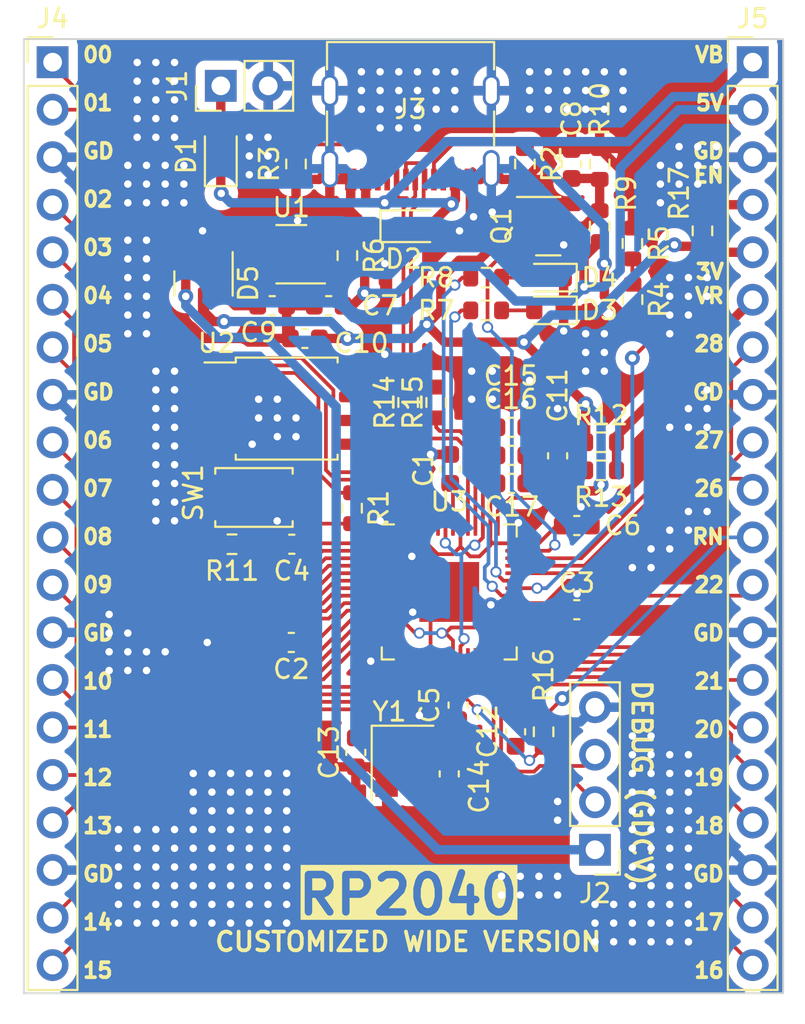
<source format=kicad_pcb>
(kicad_pcb (version 20221018) (generator pcbnew)
  (layers (0 "F.Cu" signal) (31 "B.Cu" signal) (34 "B.Paste" user) (35 "F.Paste" user) (36 "B.SilkS" user "B.Silkscreen") (37 "F.SilkS" user "F.Silkscreen") (38 "B.Mask" user) (39 "F.Mask" user) (44 "Edge.Cuts" user))
  (net 0 "")
  (net 1 "+3V3")
  (net 2 "GND")
  (net 3 "+5V")
  (net 4 "Net-(Q1-D)")
  (net 5 "Net-(U1-VOUT)")
  (net 6 "/ADC_AVDD")
  (net 7 "/RUN")
  (net 8 "Net-(U3-XIN)")
  (net 9 "Net-(U3-XOUT)")
  (net 10 "+1V1")
  (net 11 "VBUS")
  (net 12 "Net-(D1-A)")
  (net 13 "Net-(D3-A)")
  (net 14 "Net-(D4-A)")
  (net 15 "SWD_3V3")
  (net 16 "SWD_CLK")
  (net 17 "SWD_DIO")
  (net 18 "Net-(J3-CC1)")
  (net 19 "/USB_DP")
  (net 20 "/USB_DM")
  (net 22 "Net-(J3-CC2)")
  (net 24 "/GP0")
  (net 25 "/GP1")
  (net 26 "/GP2")
  (net 27 "/GP3")
  (net 28 "/GP4")
  (net 29 "/GP5")
  (net 30 "/GP6")
  (net 31 "/GP7")
  (net 32 "/GP8")
  (net 33 "/GP9")
  (net 34 "/GP10")
  (net 35 "/GP11")
  (net 36 "/GP12")
  (net 37 "/GP13")
  (net 38 "/GP14")
  (net 39 "/GP15")
  (net 40 "Net-(J5-Pin_4)")
  (net 41 "/ADC_VREF")
  (net 42 "/GP28")
  (net 43 "/GP27")
  (net 44 "/GP26")
  (net 45 "/GP22")
  (net 46 "/GP21")
  (net 47 "/GP20")
  (net 48 "/GP19")
  (net 49 "/GP18")
  (net 50 "/GP17")
  (net 51 "/GP16")
  (net 52 "/GPIO29_ADC3")
  (net 53 "/QSPI_SS")
  (net 54 "Net-(R1-Pad2)")
  (net 55 "/GPIO24")
  (net 56 "Net-(U1-CE)")
  (net 57 "/GPIO25")
  (net 58 "/GPIO23{slash}BD")
  (net 59 "Net-(U3-USB_DP)")
  (net 60 "Net-(U3-USB_DM)")
  (net 62 "/QSPI_SD1")
  (net 63 "/QSPI_SD2")
  (net 64 "/QSPI_SD0")
  (net 65 "/QSPI_SCLK")
  (net 66 "/QSPI_SD3")
  (footprint "Capacitor_SMD:C_0603_1608Metric" (layer "F.Cu") (at 142.025 91.5 180)
    (fp_text reference "C16")
    (fp_text value "2.2uF")
  )
  (footprint "Resistor_SMD:R_0603_1608Metric" (layer "F.Cu") (at 146.75 75.925 -90)
    (fp_text reference "R10")
    (fp_text value "100k")
  )
  (footprint "Capacitor_SMD:C_0603_1608Metric" (layer "F.Cu") (at 133.7 107.375 90)
    (fp_text reference "C13")
    (fp_text value "26pF")
  )
  (footprint "Resistor_SMD:R_0603_1608Metric" (layer "F.Cu") (at 148.5 80.175 -90)
    (fp_text reference "R5")
    (fp_text value "10k")
  )
  (footprint "Diode_SMD:D_SOD-323" (layer "F.Cu") (at 126.475 75.5 90)
    (fp_text reference "D1")
    (fp_text value "1N5819WS")
  )
  (footprint "Resistor_SMD:R_0603_1608Metric" (layer "F.Cu") (at 146.825 92.3 180)
    (fp_text reference "R13")
    (fp_text value "1")
  )
  (footprint "Resistor_SMD:R_0603_1608Metric" (layer "F.Cu") (at 140.675 83.75)
    (fp_text reference "R7")
    (fp_text value "10k")
  )
  (footprint "Connector_PinHeader_2.54mm:PinHeader_1x20_P2.54mm_Vertical" (layer "F.Cu") (at 154.94 70.485)
    (fp_text reference "J5")
    (fp_text value "PINOUT")
  )
  (footprint "Capacitor_SMD:C_0603_1608Metric" (layer "F.Cu") (at 132.25 83.5 180)
    (fp_text reference "C7")
    (fp_text value "10uF")
  )
  (footprint "Resistor_SMD:R_0603_1608Metric" (layer "F.Cu") (at 127.075 96.25 180)
    (fp_text reference "R11")
    (fp_text value "10k")
  )
  (footprint "Resistor_SMD:R_0603_1608Metric" (layer "F.Cu") (at 136.5 88.675 -90)
    (fp_text reference "R14")
    (fp_text value "27")
  )
  (footprint "Resistor_SMD:R_0603_1608Metric" (layer "F.Cu") (at 138 88.675 -90)
    (fp_text reference "R15")
    (fp_text value "27")
  )
  (footprint "Capacitor_SMD:C_0603_1608Metric" (layer "F.Cu") (at 138.75 92.225 90)
    (fp_text reference "C1")
    (fp_text value "100nF")
  )
  (footprint "LED_SMD:LED_0603_1608Metric" (layer "F.Cu") (at 144.0375 83.75 180)
    (fp_text reference "D3")
    (fp_text value "LED")
  )
  (footprint "Capacitor_SMD:C_0603_1608Metric" (layer "F.Cu") (at 130.25 101.5 180)
    (fp_text reference "C2")
    (fp_text value "100nF")
  )
  (footprint "Connector_PinHeader_2.54mm:PinHeader_1x02_P2.54mm_Vertical" (layer "F.Cu") (at 126.475 71.75 90)
    (fp_text reference "J1")
    (fp_text value "EXT_5V")
  )
  (footprint "Resistor_SMD:R_0603_1608Metric" (layer "F.Cu") (at 140.675 82)
    (fp_text reference "R8")
    (fp_text value "10k")
  )
  (footprint "Connector_USB:USB_C_Receptacle_Palconn_UTC16-G" (layer "F.Cu") (at 136.63 74.25 180)
    (fp_text reference "J3")
    (fp_text value "USB_C_Receptacle_USB2.0")
  )
  (footprint "Capacitor_SMD:C_0603_1608Metric" (layer "F.Cu") (at 129.225 83.5 180)
    (fp_text reference "C9")
    (fp_text value "10uF")
  )
  (footprint "Capacitor_SMD:C_0603_1608Metric" (layer "F.Cu") (at 142.25 106.275 -90)
    (fp_text reference "C12")
    (fp_text value "100nF")
  )
  (footprint "Package_SO:SOIC-8_5.23x5.23mm_P1.27mm" (layer "F.Cu") (at 130 89)
    (fp_text reference "U2")
    (fp_text value "W25Q32JVSS")
  )
  (footprint "Capacitor_SMD:C_0603_1608Metric" (layer "F.Cu") (at 138.7 108.525 -90)
    (fp_text reference "C14")
    (fp_text value "26pF")
  )
  (footprint "Capacitor_SMD:C_0603_1608Metric" (layer "F.Cu") (at 142.025 90 180)
    (fp_text reference "C15")
    (fp_text value "2.2uF")
  )
  (footprint "Resistor_SMD:R_0603_1608Metric" (layer "F.Cu") (at 133.5 94.325 -90)
    (fp_text reference "R1")
    (fp_text value "10k")
  )
  (footprint "Connector_PinHeader_2.54mm:PinHeader_1x20_P2.54mm_Vertical" (layer "F.Cu") (at 117.475 70.485)
    (fp_text reference "J4")
    (fp_text value "PINOUT")
  )
  (footprint "Capacitor_SMD:C_0603_1608Metric" (layer "F.Cu") (at 130.275 96.25 180)
    (fp_text reference "C4")
    (fp_text value "100nF")
  )
  (footprint "Package_TO_SOT_SMD:SOT-23" (layer "F.Cu") (at 125.55 82.3125 -90)
    (fp_text reference "D5")
    (fp_text value "BAT54C")
  )
  (footprint "Package_TO_SOT_SMD:SOT-23-5" (layer "F.Cu") (at 130.25 80.75 180)
    (fp_text reference "U1")
    (fp_text value "XC6220B331MR")
  )
  (footprint "Capacitor_SMD:C_0603_1608Metric" (layer "F.Cu") (at 130.975 85.25 180)
    (fp_text reference "C10")
    (fp_text value "100nF")
  )
  (footprint "Crystal:Crystal_SMD_3225-4Pin_3.2x2.5mm" (layer "F.Cu") (at 136.2 107.95 -90)
    (fp_text reference "Y1")
    (fp_text value "12MHz")
  )
  (footprint "Button_Switch_SMD:SW_Push_SPST_NO_Alps_SKRK" (layer "F.Cu") (at 128.25 93.75)
    (fp_text reference "SW1")
    (fp_text value "SW_Push")
  )
  (footprint "Resistor_SMD:R_0603_1608Metric" (layer "F.Cu") (at 146.825 90.8)
    (fp_text reference "R12")
    (fp_text value "200")
  )
  (footprint "Resistor_SMD:R_0603_1608Metric" (layer "F.Cu") (at 148.51 83.175 -90)
    (fp_text reference "R4")
    (fp_text value "5.6k")
  )
  (footprint "Capacitor_SMD:C_0603_1608Metric" (layer "F.Cu") (at 142.025 93)
    (fp_text reference "C17")
    (fp_text value "2.2uF")
  )
  (footprint "Capacitor_SMD:C_0603_1608Metric" (layer "F.Cu") (at 145.525 95.25)
    (fp_text reference "C6")
    (fp_text value "100nF")
  )
  (footprint "Resistor_SMD:R_0603_1608Metric" (layer "F.Cu") (at 152.25 79.5 90)
    (fp_text reference "R17")
    (fp_text value "10k")
  )
  (footprint "Resistor_SMD:R_0603_1608Metric" (layer "F.Cu") (at 133.25 80.825 -90)
    (fp_text reference "R6")
    (fp_text value "100k")
  )
  (footprint "Resistor_SMD:R_0603_1608Metric" (layer "F.Cu") (at 142.75 75.925 -90)
    (fp_text reference "R2")
    (fp_text value "5.1k")
  )
  (footprint "Capacitor_SMD:C_0603_1608Metric" (layer "F.Cu") (at 145.525 99.75)
    (fp_text reference "C3")
    (fp_text value "100nF")
  )
  (footprint "Capacitor_SMD:C_0603_1608Metric" (layer "F.Cu") (at 139.175 104.85 -90)
    (fp_text reference "C5")
    (fp_text value "100nF")
  )
  (footprint "Resistor_SMD:R_0603_1608Metric" (layer "F.Cu") (at 130.5 75.925 90)
    (fp_text reference "R3")
    (fp_text value "5.1k")
  )
  (footprint "Resistor_SMD:R_0603_1608Metric" (layer "F.Cu") (at 146.75 79.25 -90)
    (fp_text reference "R9")
    (fp_text value "200k")
  )
  (footprint "Resistor_SMD:R_0603_1608Metric" (layer "F.Cu") (at 143.75 106.275 -90)
    (fp_text reference "R16")
    (fp_text value "10k")
  )
  (footprint "Connector_PinHeader_2.54mm:PinHeader_1x04_P2.54mm_Vertical" (layer "F.Cu") (at 146.5 112.58 180)
    (fp_text reference "J2")
    (fp_text value "SWD")
  )
  (footprint "LED_SMD:LED_0603_1608Metric" (layer "F.Cu") (at 144.0375 82 180)
    (fp_text reference "D4")
    (fp_text value "LED")
  )
  (footprint "Package_TO_SOT_SMD:SOT-23" (layer "F.Cu") (at 144 79.25)
    (fp_text reference "Q1")
    (fp_text value "2N7002")
  )
  (footprint "Package_DFN_QFN:QFN-56-1EP_7x7mm_P0.4mm_EP3.2x3.2mm" (layer "F.Cu") (at 138.7 98.8)
    (fp_text reference "U3")
    (fp_text value "RP2040")
  )
  (footprint "Diode_SMD:D_SOD-323" (layer "F.Cu") (at 136.63 79.25)
    (fp_text reference "D2")
    (fp_text value "1N5819WS")
  )
  (footprint "Capacitor_SMD:C_0603_1608Metric" (layer "F.Cu") (at 144.5 91.525 -90)
    (fp_text reference "C11")
    (fp_text value "2.2uF")
  )
  (footprint "Capacitor_SMD:C_0603_1608Metric" (layer "F.Cu") (at 145.25 75.925 -90)
    (fp_text reference "C8")
    (fp_text value "1nF")
  )
  (gr_rect (start 115.93 69.25) (end 156.57 120.25) (stroke (width 0.1)) (fill none) (layer "Edge.Cuts"))
  (gr_text "CUSTOMIZED WIDE VERSION" (at 136.5 117.5) (layer "F.SilkS") (effects (font (size 1 1) (thickness 0.2) bold)))
  (gr_text "RP2040" (at 136.5 115) (layer "F.SilkS" knockout) (effects (font (size 2 2) (thickness 0.4) bold)))
  (gr_text "DEBUG (GDCV)" (at 149 109 270) (layer "F.SilkS") (effects (font (size 1 1) (thickness 0.2) bold)))
  (gr_text "VB\n\n5V\n\nGD\nEN\n\n\n\n3V\nVR\n\n28\n\nGD\n\n27\n\n26\n\nRN\n\n22\n\nGD\n\n21\n\n20\n\n19\n\n18\n\nGD\n\n17\n\n16" (at 153.5 119.5) (layer "F.SilkS") (effects (font (size 0.8 0.8) (thickness 0.2) bold) (justify right bottom)))
  (gr_text "00\n\n01\n\nGD\n\n02\n\n03\n\n04\n\n05\n\nGD\n\n06\n\n07\n\n08\n\n09\n\nGD\n\n10\n\n11\n\n12\n\n13\n\nGD\n\n14\n\n15" (at 119 119.5) (layer "F.SilkS") (effects (font (size 0.8 0.8) (thickness 0.2) bold) (justify left bottom)))
  (segment (start 140.9 95.3625) (end 140.9 93.35) (width 0.2) (layer "F.Cu") (net 1))
  (segment (start 140.9 96.060661) (end 140.9 95.3625) (width 0.2) (layer "F.Cu") (net 1))
  (segment (start 146 88.75) (end 146 90.8) (width 0.5) (layer "F.Cu") (net 1))
  (segment (start 136.045772 99.945772) (end 135.9 99.8) (width 0.2) (layer "F.Cu") (net 1))
  (segment (start 135.9 99.8) (end 135.2625 99.8) (width 0.2) (layer "F.Cu") (net 1))
  (segment (start 137.5 84.5) (end 138.25 83.75) (width 0.5) (layer "F.Cu") (net 1))
  (segment (start 143.5 96.2) (end 144.45 95.25) (width 0.2) (layer "F.Cu") (net 1))
  (segment (start 135.2625 99.8) (end 133.242945 99.8) (width 0.2) (layer "F.Cu") (net 1))
  (segment (start 136.045772 100.172323) (end 136.045772 99.945772) (width 0.2) (layer "F.Cu") (net 1))
  (segment (start 140.316635 96.8995) (end 140.9 96.316135) (width 0.2) (layer "F.Cu") (net 1))
  (segment (start 140.2875 81.075) (end 143.0625 78.3) (width 0.5) (layer "F.Cu") (net 1))
  (segment (start 131.05 96.25) (end 131.1 96.2) (width 0.2) (layer "F.Cu") (net 1))
  (segment (start 138.5 101) (end 138.8 100.7) (width 0.2) (layer "F.Cu") (net 1))
  (segment (start 138.25 83.75) (end 138.25 82.05) (width 0.5) (layer "F.Cu") (net 1))
  (segment (start 130.275 97.025) (end 131.05 96.25) (width 0.2) (layer "F.Cu") (net 1))
  (segment (start 135.794975 99.8) (end 136 99.594975) (width 0.2) (layer "F.Cu") (net 1))
  (segment (start 131.75 85.25) (end 131.75 86.25) (width 0.5) (layer "F.Cu") (net 1))
  (segment (start 140.2 105.1) (end 138.9 103.8) (width 0.2) (layer "F.Cu") (net 1))
  (segment (start 141.605732 99.8) (end 142.1375 99.8) (width 0.2) (layer "F.Cu") (net 1))
  (segment (start 139.820862 96.8995) (end 140.316635 96.8995) (width 0.2) (layer "F.Cu") (net 1))
  (segment (start 145.397918 93.4) (end 144.75 94.047918) (width 0.5) (layer "F.Cu") (net 1))
  (segment (start 138.9 101.4) (end 138.9 102.2375) (width 0.2) (layer "F.Cu") (net 1))
  (segment (start 139.3 96.378638) (end 139.820862 96.8995) (width 0.2) (layer "F.Cu") (net 1))
  (segment (start 140.9 93.35) (end 141.25 93) (width 0.2) (layer "F.Cu") (net 1))
  (segment (start 137.5 84.5) (end 138.45 85.45) (width 0.5) (layer "F.Cu") (net 1))
  (segment (start 138.8 100.7) (end 140.705732 100.7) (width 0.2) (layer "F.Cu") (net 1))
  (segment (start 136 96.405025) (end 135.794975 96.2) (width 0.2) (layer "F.Cu") (net 1))
  (segment (start 139.3 95.3625) (end 139.3 96.378638) (width 0.2) (layer "F.Cu") (net 1))
  (segment (start 144.7 99.8) (end 144.75 99.75) (width 0.2) (layer "F.Cu") (net 1))
  (segment (start 138.897805 96.780833) (end 139.3 96.378638) (width 0.2) (layer "F.Cu") (net 1))
  (segment (start 136.873449 101) (end 136.045772 100.172323) (width 0.2) (layer "F.Cu") (net 1))
  (segment (start 139.225 81.075) (end 140.2875 81.075) (width 0.5) (layer "F.Cu") (net 1))
  (segment (start 127.9 96.5) (end 127.9 96.25) (width 0.2) (layer "F.Cu") (net 1))
  (segment (start 138.25 82.05) (end 139.225 81.075) (width 0.5) (layer "F.Cu") (net 1))
  (segment (start 138.9 103.8) (end 138.9 102.2375) (width 0.2) (layer "F.Cu") (net 1))
  (segment (start 146.498528 93.4) (end 145.397918 93.4) (width 0.5) (layer "F.Cu") (net 1))
  (segment (start 128.675 97.025) (end 130.275 97.025) (width 0.2) (layer "F.Cu") (net 1))
  (segment (start 142.7 85.45) (end 146 88.75) (width 0.5) (layer "F.Cu") (net 1))
  (segment (start 132.595 87.095) (end 133.6 87.095) (width 0.5) (layer "F.Cu") (net 1))
  (segment (start 127.9 96.25) (end 128.675 97.025) (width 0.2) (layer "F.Cu") (net 1))
  (segment (start 146.825182 93.073346) (end 146.498528 93.4) (width 0.5) (layer "F.Cu") (net 1))
  (segment (start 141.039339 96.2) (end 142.1375 96.2) (width 0.2) (layer "F.Cu") (net 1))
  (segment (start 126.649011 84.349011) (end 126.099011 84.349011) (width 0.5) (layer "F.Cu") (net 1))
  (segment (start 138.5 101) (end 138.9 101.4) (width 0.2) (layer "F.Cu") (net 1))
  (segment (start 126.099011 84.349011) (end 125.55 83.8) (width 0.5) (layer "F.Cu") (net 1))
  (segment (start 140.9 96.316135) (end 140.9 96.060661) (width 0.2) (layer "F.Cu") (net 1))
  (segment (start 150.825 80.325) (end 150.75 80.25) (width 0.5) (layer "F.Cu") (net 1))
  (segment (start 143.047418 107.802582) (end 143.75 107.1) (width 0.2) (layer "F.Cu") (net 1))
  (segment (start 135.2625 99.8) (end 135.794975 99.8) (width 0.2) (layer "F.Cu") (net 1))
  (segment (start 144.45 95.25) (end 144.75 95.25) (width 0.2) (layer "F.Cu") (net 1))
  (segment (start 131.75 86.25) (end 132.595 87.095) (width 0.5) (layer "F.Cu") (net 1))
  (segment (start 138.9 95.3625) (end 139.3 95.3625) (width 0.2) (layer "F.Cu") (net 1))
  (segment (start 154.94 80.645) (end 152.57 80.645) (width 0.5) (layer "F.Cu") (net 1))
  (segment (start 138.45 85.45) (end 142.7 85.45) (width 0.5) (layer "F.Cu") (net 1))
  (segment (start 144.75 94.047918) (end 144.75 95.25) (width 0.5) (layer "F.Cu") (net 1))
  (segment (start 137.5 96.2) (end 138.080833 96.780833) (width 0.2) (layer "F.Cu") (net 1))
  (segment (start 142.1375 96.2) (end 143.5 96.2) (width 0.2) (layer "F.Cu") (net 1))
  (segment (start 138.9 93.15) (end 138.9 95.3625) (width 0.2) (layer "F.Cu") (net 1))
  (segment (start 135.2625 96.2) (end 137.5 96.2) (width 0.2) (layer "F.Cu") (net 1))
  (segment (start 142.996547 107.802582) (end 143.047418 107.802582) (width 0.2) (layer "F.Cu") (net 1))
  (segment (start 152.25 80.325) (end 150.825 80.325) (width 0.5) (layer "F.Cu") (net 1))
  (segment (start 125.55 83.8) (end 125.55 83.25) (width 0.5) (layer "F.Cu") (net 1))
  (segment (start 152.57 80.645) (end 152.25 80.325) (width 0.5) (layer "F.Cu") (net 1))
  (segment (start 138.75 93) (end 138.9 93.15) (width 0.2) (layer "F.Cu") (net 1))
  (segment (start 140.705732 100.7) (end 141.605732 99.8) (width 0.2) (layer "F.Cu") (net 1))
  (segment (start 131.542943 101.5) (end 131.525 101.5) (width 0.2) (layer "F.Cu") (net 1))
  (segment (start 138.080833 96.780833) (end 138.897805 96.780833) (width 0.2) (layer "F.Cu") (net 1))
  (segment (start 136 99.594975) (end 136 96.405025) (width 0.2) (layer "F.Cu") (net 1))
  (segment (start 142.1375 99.8) (end 144.7 99.8) (width 0.2) (layer "F.Cu") (net 1))
  (segment (start 133.25 85.25) (end 131.75 85.25) (width 0.5) (layer "F.Cu") (net 1))
  (segment (start 140.9 96.060661) (end 141.039339 96.2) (width 0.2) (layer "F.Cu") (net 1))
  (segment (start 133.242945 99.8) (end 131.542943 101.5) (width 0.2) (layer "F.Cu") (net 1))
  (segment (start 135.794975 96.2) (end 135.2625 96.2) (width 0.2) (layer "F.Cu") (net 1))
  (segment (start 137.1005 101) (end 136.873449 101) (width 0.2) (layer "F.Cu") (net 1))
  (segment (start 138.75 92.75) (end 138.75 93) (width 0.2) (layer "F.Cu") (net 1))
  (segment (start 131.1 96.2) (end 135.2625 96.2) (width 0.2) (layer "F.Cu") (net 1))
  (via (at 138.2995 101) (size 0.6) (drill 0.4) (layers "F.Cu" "B.Cu") (net 1))
  (via (at 137.5 84.5) (size 0.8) (drill 0.4) (layers "F.Cu" "B.Cu") (net 1))
  (via (at 126.649011 84.349011) (size 0.8) (drill 0.4) (layers "F.Cu" "B.Cu") (net 1))
  (via (at 142.996547 107.802582) (size 0.6) (drill 0.4) (layers "F.Cu" "B.Cu") (net 1))
  (via (at 146.825182 93.073346) (size 0.8) (drill 0.4) (layers "F.Cu" "B.Cu") (net 1))
  (via (at 150.75 80.25) (size 0.8) (drill 0.4) (layers "F.Cu" "B.Cu") (net 1))
  (via (at 140.2 105.1) (size 0.6) (drill 0.4) (layers "F.Cu" "B.Cu") (net 1))
  (via (at 133.25 85.25) (size 0.8) (drill 0.4) (layers "F.Cu" "B.Cu") (net 1))
  (via (at 137.1005 101) (size 0.6) (drill 0.4) (layers "F.Cu" "B.Cu") (net 1))
  (via (at 142.7 85.45) (size 0.8) (drill 0.4) (layers "F.Cu" "B.Cu") (net 1))
  (via (at 146 88.75) (size 0.8) (drill 0.4) (layers "F.Cu" "B.Cu") (net 1))
  (segment (start 150.25 80.25) (end 146.5 84) (width 0.5) (layer "B.Cu") (net 1))
  (segment (start 132.349011 84.349011) (end 133.25 85.25) (width 0.5) (layer "B.Cu") (net 1))
  (segment (start 150.75 80.25) (end 150.25 80.25) (width 0.5) (layer "B.Cu") (net 1))
  (segment (start 137.5 84.5) (end 136.75 85.25) (width 0.5) (layer "B.Cu") (net 1))
  (segment (start 126.649011 84.349011) (end 132.349011 84.349011) (width 0.5) (layer "B.Cu") (net 1))
  (segment (start 146.5 84) (end 144.15 84) (width 0.5) (layer "B.Cu") (net 1))
  (segment (start 140.2 105.1) (end 142.902582 107.802582) (width 0.2) (layer "B.Cu") (net 1))
  (segment (start 142.902582 107.802582) (end 142.996547 107.802582) (width 0.2) (layer "B.Cu") (net 1))
  (segment (start 144.15 84) (end 142.7 85.45) (width 0.5) (layer "B.Cu") (net 1))
  (segment (start 136.75 85.25) (end 133.25 85.25) (width 0.5) (layer "B.Cu") (net 1))
  (segment (start 146.825182 89.575182) (end 146 88.75) (width 0.5) (layer "B.Cu") (net 1))
  (segment (start 137.1005 101) (end 138.5 101) (width 0.2) (layer "B.Cu") (net 1))
  (segment (start 146.825182 93.073346) (end 146.825182 89.575182) (width 0.5) (layer "B.Cu") (net 1))
  (segment (start 146.75 75.1) (end 148.5 76.85) (width 0.5) (layer "F.Cu") (net 2))
  (segment (start 129.015 74.485) (end 129.015 71.75) (width 0.5) (layer "F.Cu") (net 2))
  (segment (start 144.4 75.1) (end 142.75 76.75) (width 0.5) (layer "F.Cu") (net 2))
  (segment (start 129.5 95.012427) (end 129.5 96.25) (width 0.5) (layer "F.Cu") (net 2))
  (segment (start 136.6995 96.8995) (end 136.7995 96.8995) (width 0.5) (layer "F.Cu") (net 2))
  (segment (start 145.21 106.25) (end 146.5 104.96) (width 0.2) (layer "F.Cu") (net 2))
  (segment (start 140.927913 99.487869) (end 139.387869 99.487869) (width 0.5) (layer "F.Cu") (net 2))
  (segment (start 149.35 76) (end 148.5 76.85) (width 0.5) (layer "F.Cu") (net 2))
  (segment (start 137.7 99.8) (end 137.7 102.2375) (width 0.2) (layer "F.Cu") (net 2))
  (segment (start 126.15 93.75) (end 126.15 91.155) (width 0.5) (layer "F.Cu") (net 2))
  (segment (start 130 85.05) (end 130.2 85.25) (width 0.5) (layer "F.Cu") (net 2))
  (segment (start 124.350001 89.233529) (end 124.350001 86.3651) (width 0.5) (layer "F.Cu") (net 2))
  (segment (start 130.5 76.75) (end 131.74 76.75) (width 0.5) (layer "F.Cu") (net 2))
  (segment (start 130.826472 80.75) (end 130.275 81.301472) (width 0.5) (layer "F.Cu") (net 2))
  (segment (start 151 76) (end 150 76) (width 0.5) (layer "F.Cu") (net 2))
  (segment (start 144.825 84.8495) (end 144.825 83.75) (width 0.5) (layer "F.Cu") (net 2))
  (segment (start 145.75 94.25) (end 146.3 94.8) (width 0.5) (layer "F.Cu") (net 2))
  (segment (start 130.25 79.295731) (end 130.25 80.173528) (width 0.5) (layer "F.Cu") (net 2))
  (segment (start 136.745772 99.882373) (end 137.617627 99.882373) (width 0.5) (layer "F.Cu") (net 2))
  (segment (start 129 75.5) (end 129 74.5) (width 0.5) (layer "F.Cu") (net 2))
  (segment (start 140.3 107.1) (end 140.3 108.5) (width 0.5) (layer "F.Cu") (net 2))
  (segment (start 126.4 90.905) (end 126.021472 90.905) (width 0.5) (layer "F.Cu") (net 2))
  (segment (start 146.3 94.8) (end 146.3 95.25) (width 0.5) (layer "F.Cu") (net 2))
  (segment (start 129.492657 95.005084) (end 129.5 95.012427) (width 0.5) (layer "F.Cu") (net 2))
  (segment (start 142.75 89.95) (end 142.8 90) (width 0.5) (layer "F.Cu") (net 2))
  (segment (start 130.588179 78.957552) (end 130.25 79.295731) (width 0.5) (layer "F.Cu") (net 2))
  (segment (start 137.8 106.85) (end 138.7 107.75) (width 0.5) (layer "F.Cu") (net 2))
  (segment (start 130.275 81.301472) (end 130.275 83.225) (width 0.5) (layer "F.Cu") (net 2))
  (segment (start 133.7 108.15) (end 134.45 108.15) (width 0.5) (layer "F.Cu") (net 2))
  (segment (start 140.3 108.5) (end 141.8 110) (width 0.5) (layer "F.Cu") (net 2))
  (segment (start 150 76) (end 149.35 76) (width 0.5) (layer "F.Cu") (net 2))
  (segment (start 126.021472 90.905) (end 124.350001 89.233529) (width 0.5) (layer "F.Cu") (net 2))
  (segment (start 138.7 98.8) (end 137.7 99.8) (width 0.2) (layer "F.Cu") (net 2))
  (segment (start 151.5 99.75) (end 146.3 99.75) (width 0.5) (layer "F.Cu") (net 2))
  (segment (start 146.75 75.1) (end 144.4 75.1) (width 0.5) (layer "F.Cu") (net 2))
  (segment (start 142.8 93) (end 142.8 90) (width 0.5) (layer "F.Cu") (net 2))
  (segment (start 142.75 88.75) (end 142.75 89.95) (width 0.5) (layer "F.Cu") (net 2))
  (segment (start 132.418844 78.957552) (end 130.588179 78.957552) (width 0.5) (layer "F.Cu") (net 2))
  (segment (start 139.175 105.625) (end 139.175 105.975) (width 0.5) (layer "F.Cu") (net 2))
  (segment (start 130.275 83.225) (end 130 83.5) (width 0.5) (layer "F.Cu") (net 2))
  (segment (start 143.275 90) (end 142.8 90) (width 0.5) (layer "F.Cu") (net 2))
  (segment (start 153.435 75.565) (end 153 76) (width 0.5) (layer "F.Cu") (net 2))
  (segment (start 135.25 81.25) (end 135.25 86.0995) (width 0.5) (layer "F.Cu") (net 2))
  (segment (start 131.74 76.75) (end 132.31 76.18) (width 0.5) (layer "F.Cu") (net 2))
  (segment (start 126.15 91.155) (end 126.4 90.905) (width 0.5) (layer "F.Cu") (net 2))
  (segment (start 124.350001 86.3651) (end 125.465101 85.25) (width 0.5) (layer "F.Cu") (net 2))
  (segment (start 140 78.75) (end 139.83 78.58) (width 0.5) (layer "F.Cu") (net 2))
  (segment (start 145.539527 98.899075) (end 146.3 99.659548) (width 0.5) (layer "F.Cu") (net 2))
  (segment (start 129 76.5) (end 129 76.25) (width 0.5) (layer "F.Cu") (net 2))
  (segment (start 141.8 110) (end 144.5 110) (width 0.5) (layer "F.Cu") (net 2))
  (segment (start 142.25 107.05) (end 143.05 106.25) (width 0.2) (layer "F.Cu") (net 2))
  (segment (start 128.155 90.905) (end 126.4 90.905) (width 0.5) (layer "F.Cu") (net 2))
  (segment (start 146.3 99.659548) (end 146.3 99.75) (width 0.5) (layer "F.Cu") (net 2))
  (segment (start 144.825 80.25) (end 144.825 82) (width 0.5) (layer "F.Cu") (net 2))
  (segment (start 154.94 75.565) (end 153.435 75.565) (width 0.5) (layer "F.Cu") (net 2))
  (segment (start 132.31 76.18) (end 132.85 76.18) (width 0.5) (layer "F.Cu") (net 2))
  (segment (start 141.52 76.75) (end 140.95 76.18) (width 0.5) (layer "F.Cu") (net 2))
  (segment (start 139.175 105.975) (end 140.3 107.1) (width 0.5) (layer "F.Cu") (net 2))
  (segment (start 152 76) (end 151 76) (width 0.5) (layer "F.Cu") (net 2))
  (segment (start 129.25 76.75) (end 129 76.5) (width 0.5) (layer "F.Cu") (net 2))
  (segment (start 144.025 90.75) (end 143.275 90) (width 0.5) (layer "F.Cu") (net 2))
  (segment (start 140.37 76.76) (end 140.95 76.18) (width 0.5) (layer "F.Cu") (net 2))
  (segment (start 131.475 83.5) (end 130 83.5) (width 0.5) (layer "F.Cu") (net 2))
  (segment (start 130.25 80.173528) (end 130.826472 80.75) (width 0.5) (layer "F.Cu") (net 2))
  (segment (start 144.5 90.75) (end 144.025 90.75) (width 0.5) (layer "F.Cu") (net 2))
  (segment (start 133.43 76.76) (end 133.43 77.946396) (width 0.5) (layer "F.Cu") (net 2))
  (segment (start 137.7 91.45) (end 138.75 91.45) (width 0.5) (layer "F.Cu") (net 2))
  (segment (start 142.75 76.75) (end 141.52 76.75) (width 0.5) (layer "F.Cu") (net 2))
  (segment (start 148.5 76.85) (end 148.5 79.35) (width 0.5) (layer "F.Cu") (net 2))
  (segment (start 154.94 100.965) (end 152.715 100.965) (width 0.5) (layer "F.Cu") (net 2))
  (segment (start 132.85 76.18) (end 133.43 76.76) (width 0.5) (layer "F.Cu") (net 2))
  (segment (start 129 76.25) (end 129 75.5) (width 0.5) (layer "F.Cu") (net 2))
  (segment (start 129.475 101.5) (end 125.75 101.5) (width 0.5) (layer "F.Cu") (net 2))
  (segment (start 139.83 78.58) (end 139.83 76.76) (width 0.5) (layer "F.Cu") (net 2))
  (segment (start 134.45 108.15) (end 135.35 109.05) (width 0.5) (layer "F.Cu") (net 2))
  (segment (start 129 74.5) (end 129.015 74.485) (width 0.5) (layer "F.Cu") (net 2))
  (segment (start 144.825 82) (end 144.825 83.75) (width 0.5) (layer "F.Cu") (net 2))
  (segment (start 137.05 106.85) (end 137.8 106.85) (width 0.5) (layer "F.Cu") (net 2))
  (segment (start 136.7995 96.8995) (end 138.7 98.8) (width 0.5) (layer "F.Cu") (net 2))
  (segment (start 130.826472 80.75) (end 131.3875 80.75) (width 0.5) (layer "F.Cu") (net 2))
  (segment (start 153 76) (end 152 76) (width 0.5) (layer "F.Cu") (net 2))
  (segment (start 152.715 100.965) (end 151.5 99.75) (width 0.5) (layer "F.Cu") (net 2))
  (segment (start 139.83 76.76) (end 140.37 76.76) (width 0.5) (layer "F.Cu") (net 2))
  (segment (start 130.5 76.75) (end 129.25 76.75) (width 0.5) (layer "F.Cu") (net 2))
  (segment (start 130 83.5) (end 130 85.05) (width 0.5) (layer "F.Cu") (net 2))
  (segment (start 129 76.25) (end 129 76.25) (width 0.5) (layer "F.Cu") (net 2))
  (segment (start 125.465101 85.25) (end 130.2 85.25) (width 0.5) (layer "F.Cu") (net 2))
  (segment (start 139.387869 99.487869) (end 138.7 98.8) (width 0.5) (layer "F.Cu") (net 2))
  (segment (start 133.43 77.946396) (end 132.418844 78.957552) (width 0.5) (layer "F.Cu") (net 2))
  (segment (start 143.05 106.25) (end 145.21 106.25) (width 0.2) (layer "F.Cu") (net 2))
  (segment (start 137.617627 99.882373) (end 138.7 98.8) (width 0.5) (layer "F.Cu") (net 2))
  (via (at 129 112.5) (size 0.8) (drill 0.4) (layers "F.Cu" "B.Cu") (net 2))
  (via (at 124 89) (size 0.8) (drill 0.4) (layers "F.Cu" "B.Cu") (net 2))
  (via (at 124 111.5) (size 0.8) (drill 0.4) (layers "F.Cu" "B.Cu") (net 2))
  (via (at 130 110.5) (size 0.8) (drill 0.4) (layers "F.Cu" "B.Cu") (net 2))
  (via (at 122.5 80) (size 0.8) (drill 0.4) (layers "F.Cu" "B.Cu") (net 2))
  (via (at 127 116.5) (size 0.8) (drill 0.4) (layers "F.Cu" "B.Cu") (net 2))
  (via (at 125 112.5) (size 0.8) (drill 0.4) (layers "F.Cu" "B.Cu") (net 2))
  (via (at 123 88) (size 0.8) (drill 0.4) (layers "F.Cu" "B.Cu") (net 2))
  (via (at 150.5 111.5) (size 0.8) (drill 0.4) (layers "F.Cu" "B.Cu") (net 2))
  (via (at 124 91) (size 0.8) (drill 0.4) (layers "F.Cu" "B.Cu") (net 2))
  (via (at 123 73.5) (size 0.8) (drill 0.4) (layers "F.Cu" "B.Cu") (net 2))
  (via (at 150.5 90) (size 0.8) (drill 0.4) (layers "F.Cu" "B.Cu") (net 2))
  (via (at 144.5 89) (size 0.8) (drill 0.4) (layers "F.Cu" "B.Cu") (net 2))
  (via (at 146 87) (size 0.8) (drill 0.4) (layers "F.Cu" "B.Cu") (net 2))
  (via (at 144.825 84.8495) (size 0.8) (drill 0.4) (layers "F.Cu" "B.Cu") (net 2))
  (via (at 149.5 116.5) (size 0.8) (drill 0.4) (layers "F.Cu" "B.Cu") (net 2))
  (via (at 151.5 89) (size 0.8) (drill 0.4) (layers "F.Cu" "B.Cu") (net 2))
  (via (at 150.5 84) (size 0.8) (drill 0.4) (layers "F.Cu" "B.Cu") (net 2))
  (via (at 148.5 107.5) (size 0.8) (drill 0.4) (layers "F.Cu" "B.Cu") (net 2))
  (via (at 146 73) (size 0.8) (drill 0.4) (layers "F.Cu" "B.Cu") (net 2))
  (via (at 130.5 90.5) (size 0.8) (drill 0.4) (layers "F.Cu" "B.Cu") (net 2))
  (via (at 149.5 117.5) (size 0.8) (drill 0.4) (layers "F.Cu" "B.Cu") (net 2))
  (via (at 150.5 107.5) (size 0.8) (drill 0.4) (layers "F.Cu" "B.Cu") (net 2))
  (via (at 144 71) (size 0.8) (drill 0.4) (layers "F.Cu" "B.Cu") (net 2))
  (via (at 126 108.5) (size 0.8) (drill 0.4) (layers "F.Cu" "B.Cu") (net 2))
  (via (at 121 114.5) (size 0.8) (drill 0.4) (layers "F.Cu" "B.Cu") (net 2))
  (via (at 125.75 101.5) (size 0.8) (drill 0.4) (layers "F.Cu" "B.Cu") (net 2))
  (via (at 150 76) (size 0.8) (drill 0.4) (layers "F.Cu" "B.Cu") (net 2))
  (via (at 142.5 115) (size 0.8) (drill 0.4) (layers "F.Cu" "B.Cu") (net 2))
  (via (at 152.5 88) (size 0.8) (drill 0.4) (layers "F.Cu" "B.Cu") (net 2))
  (via (at 151.5 82) (size 0.8) (drill 0.4) (layers "F.Cu" "B.Cu") (net 2))
  (via (at 150.5 113.5) (size 0.8) (drill 0.4) (layers "F.Cu" "B.Cu") (net 2))
  (via (at 128 115.5) (size 0.8) (drill 0.4) (layers "F.Cu" "B.Cu") (net 2))
  (via (at 125 111.5) (size 0.8) (drill 0.4) (layers "F.Cu" "B.Cu") (net 2))
  (via (at 143 73) (size 0.8) (drill 0.4) (layers "F.Cu" "B.Cu") (net 2))
  (via (at 129 109.5) (size 0.8) (drill 0.4) (layers "F.Cu" "B.Cu") (net 2))
  (via (at 123.5 78) (size 0.8) (drill 0.4) (layers "F.Cu" "B.Cu") (net 2))
  (via (at 136 71) (size 0.8) (drill 0.4) (layers "F.Cu" "B.Cu") (net 2))
  (via (at 138 72) (size 0.8) (drill 0.4) (layers "F.Cu" "B.Cu") (net 2))
  (via (at 120.5 102) (size 0.8) (drill 0.4) (layers "F.Cu" "B.Cu") (net 2))
  (via (at 123 114.5) (size 0.8) (drill 0.4) (layers "F.Cu" "B.Cu") (net 2))
  (via (at 122 70.5) (size 0.8) (drill 0.4) (layers "F.Cu" "B.Cu") (net 2))
  (via (at 120.5 101) (size 0.8) (drill 0.4) (layers "F.Cu" "B.Cu") (net 2))
  (via (at 124 116.5) (size 0.8) (drill 0.4) (layers "F.Cu" "B.Cu") (net 2))
  (via (at 124 87) (size 0.8) (drill 0.4) (layers "F.Cu" "B.Cu") (net 2))
  (via (at 124 90) (size 0.8) (drill 0.4) (layers "F.Cu" "B.Cu") (net 2))
  (via (at 145 72) (size 0.8) (drill 0.4) (layers "F.Cu" "B.Cu") (net 2))
  (via (at 127 110.5) (size 0.8) (drill 0.4) (layers "F.Cu" "B.Cu") (net 2))
  (via (at 144.5 114) (size 0.8) (drill 0.4) (layers "F.Cu" "B.Cu") (net 2))
  (via (at 149.5 109.5) (size 0.8) (drill 0.4) (layers "F.Cu" "B.Cu") (net 2))
  (via (at 151 75) (size 0.8) (drill 0.4) (layers "F.Cu" "B.Cu") (net 2))
  (via (at 151 77) (size 0.8) (drill 0.4) (layers "F.Cu" "B.Cu") (net 2))
  (via (at 150.5 117.5) (size 0.8) (drill 0.4) (layers "F.Cu" "B.Cu") (net 2))
  (via (at 149.5 112.5) (size 0.8) (drill 0.4) (layers "F.Cu" "B.Cu") (net 2))
  (via (at 150.5 85) (size 0.8) (drill 0.4) (layers "F.Cu" "B.Cu") (net 2))
  (via (at 123.5 77) (size 0.8) (drill 0.4) (layers "F.Cu" "B.Cu") (net 2))
  (via (at 148.5 113.5) (size 0.8) (drill 0.4) (layers "F.Cu" "B.Cu") (net 2))
  (via (at 121.5 78) (size 0.8) (drill 0.4) (layers "F.Cu" "B.Cu") (net 2))
  (via (at 152.5 83) (size 0.8) (drill 0.4) (layers "F.Cu" "B.Cu") (net 2))
  (via (at 148.5 106.5) (size 0.8) (drill 0.4) (layers "F.Cu" "B.Cu") (net 2))
  (via (at 128 109.5) (size 0.8) (drill 0.4) (layers "F.Cu" "B.Cu") (net 2))
  (via (at 146 71) (size 0.8) (drill 0.4) (layers "F.Cu" "B.Cu") (net 2))
  (via (at 129 108.5) (size 0.8) (drill 0.4) (layers "F.Cu" "B.Cu") (net 2))
  (via (at 126 111.5) (size 0.8) (drill 0.4) (layers "F.Cu" "B.Cu") (net 2))
  (via (at 147.5 116.5) (size 0.8) (drill 0.4) (layers "F.Cu" "B.Cu") (net 2))
  (via (at 152.5 94.5) (size 0.8) (drill 0.4) (layers "F.Cu" "B.Cu") (net 2))
  (via (at 143.5 115) (size 0.8) (drill 0.4) (layers "F.Cu" "B.Cu") (net 2))
  (via (at 124 72.5) (size 0.8) (drill 0.4) (layers "F.Cu" "B.Cu") (net 2))
  (via (at 150.5 96.5) (size 0.8) (drill 0.4) (layers "F.Cu" "B.Cu") (net 2))
  (via (at 148.5 117.5) (size 0.8) (drill 0.4) (layers "F.Cu" "B.Cu") (net 2))
  (via (at 122.5 83) (size 0.8) (drill 0.4) (layers "F.Cu" "B.Cu") (net 2))
  (via (at 121.5 81) (size 0.8) (drill 0.4) (layers "F.Cu" "B.Cu") (net 2))
  (via (at 152 77) (size 0.8) (drill 0.4) (layers "F.Cu" "B.Cu") (net 2))
  (via (at 149.5 115.5) (size 0.8) (drill 0.4) (layers "F.Cu" "B.Cu") (net 2))
  (via (at 123 92) (size 0.8) (drill 0.4) (layers "F.Cu" "B.Cu") (net 2))
  (via (at 121.5 82) (size 0.8) (drill 0.4) (layers "F.Cu" "B.Cu") (net 2))
  (via (at 135 74) (size 0.8) (drill 0.4) (layers "F.Cu" "B.Cu") (net 2))
  (via (at 139.9 88.5) (size 0.8) (drill 0.4) (layers "F.Cu" "B.Cu") (net 2))
  (via (at 129 75.5) (size 0.8) (drill 0.4) (layers "F.Cu" "B.Cu") (net 2))
  (via (at 149.5 106.5) (size 0.8) (drill 0.4) (layers "F.Cu" "B.Cu") (net 2))
  (via (at 152.5 89) (size 0.8) (drill 0.4) (layers "F.Cu" "B.Cu") (net 2))
  (via (at 127 114.5) (size 0.8) (drill 0.4) (layers "F.Cu" "B.Cu") (net 2))
  (via (at 129 115.5) (size 0.8) (drill 0.4) (layers "F.Cu" "B.Cu") (net 2))
  (via (at 126 112.5) (size 0.8) (drill 0.4) (layers "F.Cu" "B.Cu") (net 2))
  (via (at 130 108.5) (size 0.8) (drill 0.4) (layers "F.Cu" "B.Cu") (net 2))
  (via (at 123 113.5) (size 0.8) (drill 0.4) (layers "F.Cu" "B.Cu") (net 2))
  (via (at 121.5 85) (size 0.8) (drill 0.4) (layers "F.Cu" "B.Cu") (net 2))
  (via (at 124 113.5) (size 0.8) (drill 0.4) (layers "F.Cu" "B.Cu") (net 2))
  (via (at 150 77) (size 0.8) (drill 0.4) (layers "F.Cu" "B.Cu") (net 2))
  (via (at 141 88.5) (size 0.8) (drill 0.4) (layers "F.Cu" "B.Cu") (net 2))
  (via (at 140.927913 99.487869) (size 0.8) (drill 0.4) (layers "F.Cu" "B.Cu") (net 2))
  (via (at 123 91) (size 0.8) (drill 0.4) (layers "F.Cu" "B.Cu") (net 2))
  (via (at 129.5 89.5) (size 0.8) (drill 0.4) (layers "F.Cu" "B.Cu") (net 2))
  (via (at 130.5 89.5) (size 0.8) (drill 0.4) (layers "F.Cu" "B.Cu") (net 2))
  (via (at 152 76) (size 0.8) (drill 0.4) (layers "F.Cu" "B.Cu") (net 2))
  (via (at 137 73) (size 0.8) (drill 0.4) (layers "F.Cu" "B.Cu") (net 2))
  (via (at 130 115.5) (size 0.8) (drill 0.4) (layers "F.Cu" "B.Cu") (net 2))
  (via (at 138 73) (size 0.8) (drill 0.4) (layers "F.Cu" "B.Cu") (net 2))
  (via (at 151.5 112.5) (size 0.8) (drill 0.4) (layers "F.Cu" "B.Cu") (net 2))
  (via (at 138 71) (size 0.8) (drill 0.4) (layers "F.Cu" "B.Cu") (net 2))
  (via (at 140 78.75) (size 0.8) (drill 0.4) (layers "F.Cu" "B.Cu") (net 2))
  (via (at 122 72.5) (size 0.8) (drill 0.4) (layers "F.Cu" "B.Cu") (net 2))
  (via (at 122.5 77) (size 0.8) (drill 0.4) (layers "F.Cu" "B.Cu") (net 2))
  (via (at 147 87) (size 0.8) (drill 0.4) (layers "F.Cu" "B.Cu") (net 2))
  (via (at 137.7 91.45) (size 0.8) (drill 0.4) (layers "F.Cu" "B.Cu") (net 2))
  (via (at 122.5 103) (size 0.8) (drill 0.4) (layers "F.Cu" "B.Cu") (net 2))
  (via (at 135 95) (size 0.8) (drill 0.4) (layers "F.Cu" "B.Cu") (net 2))
  (via (at 123.5 102) (size 0.8) (drill 0.4) (layers "F.Cu" "B.Cu") (net 2))
  (via (at 128 111.5) (size 0.8) (drill 0.4) (layers "F.Cu" "B.Cu") (net 2))
  (via (at 122 116.5) (size 0.8) (drill 0.4) (layers "F.Cu" "B.Cu") (net 2))
  (via (at 141 78.5) (size 0.8) (drill 0.4) (layers "F.Cu" "B.Cu") (net 2))
  (via (at 148.5 110.5) (size 0.8) (drill 0.4) (layers "F.Cu" "B.Cu") (net 2))
  (via (at 124 94) (size 0.8) (drill 0.4) (layers "F.Cu" "B.Cu") (net 2))
  (via (at 148.5 109.5) (size 0.8) (drill 0.4) (layers "F.Cu" "B.Cu") (net 2))
  (via (at 130 111.5) (size 0.8) (drill 0.4) (layers "F.Cu" "B.Cu") (net 2))
  (via (at 148.5 115.5) (size 0.8) (drill 0.4) (layers "F.Cu" "B.Cu") (net 2))
  (via (at 122.5 84) (size 0.8) (drill 0.4) (layers "F.Cu" "B.Cu") (net 2))
  (via (at 139 71) (size 0.8) (drill 0.4) (layers "F.Cu" "B.Cu") (net 2))
  (via (at 125.5 79.5) (size 0.8) (drill 0.4) (layers "F.Cu" "B.Cu") (net 2))
  (via (at 152 75) (size 0.8) (drill 0.4) (layers "F.Cu" "B.Cu") (net 2))
  (via (at 128 116.5) (size 0.8) (drill 0.4) (layers "F.Cu" "B.Cu") (net 2))
  (via (at 135.25 81.25) (size 0.8) (drill 0.4) (layers "F.Cu" "B.Cu") (net 2))
  (via (at 144 73) (size 0.8) (drill 0.4) (layers "F.Cu" "B.Cu") (net 2))
  (via (at 151.5 90) (size 0.8) (drill 0.4) (layers "F.Cu" "B.Cu") (net 2))
  (via (at 151.5 83) (size 0.8) (drill 0.4) (layers "F.Cu" "B.Cu") (net 2))
  (via (at 145 71) (size 0.8) (drill 0.4) (layers "F.Cu" "B.Cu") (net 2))
  (via (at 153 76) (size 0.8) (drill 0.4) (layers "F.Cu" "B.Cu") (net 2))
  (via (at 151.5 117.5) (size 0.8) (drill 0.4) (layers "F.Cu" "B.Cu") (net 2))
  (via (at 150 78) (size 0.8) (drill 0.4) (layers "F.Cu" "B.Cu") (net 2))
  (via (at 123 93) (size 0.8) (drill 0.4) (layers "F.Cu" "B.Cu") (net 2))
  (via (at 122 74.5) (size 0.8) (drill 0.4) (layers "F.Cu" "B.Cu") (net 2))
  (via (at 149.5 108.5) (size 0.8) (drill 0.4) (layers "F.Cu" "B.Cu") (net 2))
  (via (at 124 114.5) (size 0.8) (drill 0.4) (layers "F.Cu" "B.Cu") (net 2))
  (via (at 129 113.5) (size 0.8) (drill 0.4) (layers "F.Cu" "B.Cu") (net 2))
  (via (at 148.5 116.5) (size 0.8) (drill 0.4) (layers "F.Cu" "B.Cu") (net 2))
  (via (at 122 115.5) (size 0.8) (drill 0.4) (layers "F.Cu" "B.Cu") (net 2))
  (via (at 124 73.5) (size 0.8) (drill 0.4) (layers "F.Cu" "B.Cu") (net 2))
  (via (at 123 89) (size 0.8) (drill 0.4) (layers "F.Cu" "B.Cu") (net 2))
  (via (at 121.5 83) (size 0.8) (drill 0.4) (layers "F.Cu" "B.Cu") (net 2))
  (via (at 149.5 96.5) (size 0.8) (drill 0.4) (layers "F.Cu" "B.Cu") (net 2))
  (via (at 147 71) (size 0.8) (drill 0.4) (layers "F.Cu" "B.Cu") (net 2))
  (via (at 150.5 116.5) (size 0.8) (drill 0.4) (layers "F.Cu" "B.Cu") (net 2))
  (via (at 126 109.5) (size 0.8) (drill 0.4) (layers "F.Cu" "B.Cu") (net 2))
  (via (at 130 113.5) (size 0.8) (drill 0.4) (layers "F.Cu" "B.Cu") (net 2))
  (via (at 146 85) (size 0.8) (drill 0.4) (layers "F.Cu" "B.Cu") (net 2))
  (via (at 147 73) (size 0.8) (drill 0.4) (layers "F.Cu" "B.Cu") (net 2))
  (via (at 148.5 114.5) (size 0.8) (drill 0.4) (layers "F.Cu" "B.Cu") (net 2))
  (via (at 121 116.5) (size 0.8) (drill 0.4) (layers "F.Cu" "B.Cu") (net 2))
  (via (at 125 109.5) (size 0.8) (drill 0.4) (layers "F.Cu" "B.Cu") (net 2))
  (via (at 122 71.5) (size 0.8) (drill 0.4) (layers "F.Cu" "B.Cu") (net 2))
  (via (at 134 71) (size 0.8) (drill 0.4) (layers "F.Cu" "B.Cu") (net 2))
  (via (at 121.5 102) (size 0.8) (drill 0.4) (layers "F.Cu" "B.Cu") (net 2))
  (via (at 129.5 90.5) (size 0.8) (drill 0.4) (layers "F.Cu" "B.Cu") (net 2))
  (via (at 152.5 90) (size 0.8) (drill 0.4) (layers "F.Cu" "B.Cu") (net 2))
  (via (at 145.539527 98.899075) (size 0.8) (drill 0.4) (layers "F.Cu" "B.Cu") (net 2))
  (via (at 124 93) (size 0.8) (drill 0.4) (layers "F.Cu" "B.Cu") (net 2))
  (via (at 149.5 113.5) (size 0.8) (drill 0.4) (layers "F.Cu" "B.Cu") (net 2))
  (via (at 143.5 114) (size 0.8) (drill 0.4) (layers "F.Cu" "B.Cu") (net 2))
  (via (at 123 111.5) (size 0.8) (drill 0.4) (layers "F.Cu" "B.Cu") (net 2))
  (via (at 130 109.5) (size 0.8) (drill 0.4) (layers "F.Cu" "B.Cu") (net 2))
  (via (at 128 108.5) (size 0.8) (drill 0.4) (layers "F.Cu" "B.Cu") (net 2))
  (via (at 122 112.5) (size 0.8) (drill 0.4) (layers "F.Cu" "B.Cu") (net 2))
  (via (at 143 87.5) (size 0.8) (drill 0.4) (layers "F.Cu" "B.Cu") (net 2))
  (via (at 124 71.5) (size 0.8) (drill 0.4) (layers "F.Cu" "B.Cu") (net 2))
  (via (at 128.155 90.905) (size 0.8) (drill 0.4) (layers "F.Cu" "B.Cu") (net 2))
  (via (at 127 109.5) (size 0.8) (drill 0.4) (layers "F.Cu" "B.Cu") (net 2))
  (via (at 141.5 114) (size 0.8) (drill 0.4) (layers "F.Cu" "B.Cu") (net 2))
  (via (at 122 111.5) (size 0.8) (drill 0.4) (layers "F.Cu" "B.Cu") (net 2))
  (via (at 123 72.5) (size 0.8) (drill 0.4) (layers "F.Cu" "B.Cu") (net 2))
  (via (at 124 70.5) (size 0.8) (drill 0.4) (layers "F.Cu" "B.Cu") (net 2))
  (via (at 128 110.5) (size 0.8) (drill 0.4) (layers "F.Cu" "B.Cu") (net 2))
  (via (at 150.5 114.5) (size 0.8) (drill 0.4) (layers "F.Cu" "B.Cu") (net 2))
  (via (at 150.5 83) (size 0.8) (drill 0.4) (layers "F.Cu" "B.Cu") (net 2))
  (via (at 125 108.5) (size 0.8) (drill 0.4) (layers "F.Cu" "B.Cu") (net 2))
  (via (at 151.5 115.5) (size 0.8) (drill 0.4) (layers "F.Cu" "B.Cu") (net 2))
  (via (at 139.9 87) (size 0.8) (drill 0.4) (layers "F.Cu" "B.Cu") (net 2))
  (via (at 123.5 76) (size 0.8) (drill 0.4) (layers "F.Cu" "B.Cu") (net 2))
  (via (at 130 116.5) (size 0.8) (drill 0.4) (layers "F.Cu" "B.Cu") (net 2))
  (via (at 122.5 102) (size 0.8) (drill 0.4) (layers "F.Cu" "B.Cu") (net 2))
  (via (at 146 72) (size 0.8) (drill 0.4) (layers "F.Cu" "B.Cu") (net 2))
  (via (at 121.5 103) (size 0.8) (drill 0.4) (layers "F.Cu" "B.Cu") (net 2))
  (via (at 148 72) (size 0.8) (drill 0.4) (layers "F.Cu" "B.Cu") (net 2))
  (via (at 129 116.5) (size 0.8) (drill 0.4) (layers "F.Cu" "B.Cu") (net 2))
  (via (at 150.5 112.5) (size 0.8) (drill 0.4) (layers "F.Cu" "B.Cu") (net 2))
  (via (at 128 76.5) (size 0.8) (drill 0.4) (layers "F.Cu" "B.Cu") (net 2))
  (via (at 149.5 111.5) (size 0.8) (drill 0.4) (layers "F.Cu" "B.Cu") (net 2))
  (via (at 121.5 101) (size 0.8) (drill 0.4) (layers "F.Cu" "B.Cu") (net 2))
  (via (at 123 70.5) (size 0.8) (drill 0.4) (layers "F.Cu" "B.Cu") (net 2))
  (via (at 151.5 113.5) (size 0.8) (drill 0.4) (layers "F.Cu" "B.Cu") (net 2))
  (via (at 123 116.5) (size 0.8) (drill 0.4) (layers "F.Cu" "B.Cu") (net 2))
  (via (at 121 115.5) (size 0.8) (drill 0.4) (layers "F.Cu" "B.Cu") (net 2))
  (via (at 123 112.5) (size 0.8) (drill 0.4) (layers "F.Cu" "B.Cu") (net 2))
  (via (at 126 116.5) (size 0.8) (drill 0.4) (layers "F.Cu" "B.Cu") (net 2))
  (via (at 151.5 95.5) (size 0.8) (drill 0.4) (layers "F.Cu" "B.Cu") (net 2))
  (via (at 125 110.5) (size 0.8) (drill 0.4) (layers "F.Cu" "B.Cu") (net 2))
  (via (at 145.75 94.25) (size 0.8) (drill 0.4) (layers "F.Cu" "B.Cu") (net 2))
  (via (at 148 71) (size 0.8) (drill 0.4) (layers "F.Cu" "B.Cu") (net 2))
  (via (at 146 86) (size 0.8) (drill 0.4) (layers "F.Cu" "B.Cu") (net 2))
  (via (at 135 71) (size 0.8) (drill 0.4) (layers "F.Cu" "B.Cu") (net 2))
  (via (at 148.5 112.5) (size 0.8) (drill 0.4) (layers "F.Cu" "B.Cu") (net 2))
  (via (at 122.5 82) (size 0.8) (drill 0.4) (layers "F.Cu" "B.Cu") (net 2))
  (via (at 128 114.5) (size 0.8) (drill 0.4) (layers "F.Cu" "B.Cu") (net 2))
  (via (at 150.5 115.5) (size 0.8) (drill 0.4) (layers "F.Cu" "B.Cu") (net 2))
  (via (at 136 74) (size 0.8) (drill 0.4) (layers "F.Cu" "B.Cu") (net 2))
  (via (at 153 75) (size 0.8) (drill 0.4) (layers "F.Cu" "B.Cu") (net 2))
  (via (at 124 74.5) (size 0.8) (drill 0.4) (layers "F.Cu" "B.Cu") (net 2))
  (via (at 147 72) (size 0.8) (drill 0.4) (layers "F.Cu" "B.Cu") (net 2))
  (via (at 123 95) (size 0.8) (drill 0.4) (layers "F.Cu" "B.Cu") (net 2))
  (via (at 123 71.5) (size 0.8) (drill 0.4) (layers "F.Cu" "B.Cu") (net 2))
  (via (at 122.5 76) (size 0.8) (drill 0.4) (layers "F.Cu" "B.Cu") (net 2))
  (via (at 143 72) (size 0.8) (drill 0.4) (layers "F.Cu" "B.Cu") (net 2))
  (via (at 150.5 82) (size 0.8) (drill 0.4) (layers "F.Cu" "B.Cu") (net 2))
  (via (at 136 72) (size 0.8) (drill 0.4) (layers "F.Cu" "B.Cu") (net 2))
  (via (at 126 113.5) (size 0.8) (drill 0.4) (layers "F.Cu" "B.Cu") (net 2))
  (via (at 124 92) (size 0.8) (drill 0.4) (layers "F.Cu" "B.Cu") (net 2))
  (via (at 135 73) (size 0.8) (drill 0.4) (layers "F.Cu" "B.Cu") (net 2))
  (via (at 121 112.5) (size 0.8) (drill 0.4) (layers "F.Cu" "B.Cu") (net 2))
  (via (at 130 112.5) (size 0.8) (drill 0.4) (layers "F.Cu" "B.Cu") (net 2))
  (via (at 150.5 110.5) (size 0.8) (drill 0.4) (layers "F.Cu" "B.Cu") (net 2))
  (via (at 146.5 117.5) (size 0.8) (drill 0.4) (layers "F.Cu" "B.Cu") (net 2))
  (via (at 151.5 116.5) (size 0.8) (drill 0.4) (layers "F.Cu" "B.Cu") (net 2))
  (via (at 152.5 82) (size 0.8) (drill 0.4) (layers "F.Cu" "B.Cu") (net 2))
  (via (at 127 113.5) (size 0.8) (drill 0.4) (layers "F.Cu" "B.Cu") (net 2))
  (via (at 123 115.5) (size 0.8) (drill 0.4) (layers "F.Cu" "B.Cu") (net 2))
  (via (at 128 112.5) (size 0.8) (drill 0.4) (layers "F.Cu" "B.Cu") (net 2))
  (via (at 124.5 76) (size 0.8) (drill 0.4) (layers "F.Cu" "B.Cu") (net 2))
  (via (at 125 115.5) (size 0.8) (drill 0.4) (layers "F.Cu" "B.Cu") (net 2))
  (via (at 134 73) (size 0.8) (drill 0.4) (layers "F.Cu" "B.Cu") (net 2))
  (via (at 148.5 97.5) (size 0.8) (drill 0.4) (layers "F.Cu" "B.Cu") (net 2))
  (via (at 151.5 108.5) (size 0.8) (drill 0.4) (layers "F.Cu" "B.Cu") (net 2))
  (via (at 148.5 111.5) (size 0.8) (drill 0.4) (layers "F.Cu" "B.Cu") (net 2))
  (via (at 151.5 110.5) (size 0.8) (drill 0.4) (layers "F.Cu" "B.Cu") (net 2))
  (via (at 139 72) (size 0.8) (drill 0.4) (layers "F.Cu" "B.Cu") (net 2))
  (via (at 151.5 107.5) (size 0.8) (drill 0.4) (layers "F.Cu" "B.Cu") (net 2))
  (via (at 144.5 115) (size 0.8) (drill 0.4) (layers "F.Cu" "B.Cu") (net 2))
  (via (at 141 87) (size 0.8) (drill 0.4) (layers "F.Cu" "B.Cu") (net 2))
  (via (at 129 110.5) (size 0.8) (drill 0.4) (layers "F.Cu" "B.Cu") (net 2))
  (via (at 122 113.5) (size 0.8) (drill 0.4) (layers "F.Cu" "B.Cu") (net 2))
  (via (at 122 114.5) (size 0.8) (drill 0.4) (layers "F.Cu" "B.Cu") (net 2))
  (via (at 124 112.5) (size 0.8) (drill 0.4) (layers "F.Cu" "B.Cu") (net 2))
  (via (at 130.588179 78.957552) (size 0.8) (drill 0.4) (layers "F.Cu" "B.Cu") (net 2))
  (via (at 136.745772 99.882373) (size 0.8) (drill 0.4) (layers "F.Cu" "B.Cu") (net 2))
  (via (at 124.5 77) (size 0.8) (drill 0.4) (layers "F.Cu" "B.Cu") (net 2))
  (via (at 148.5 108.5) (size 0.8) (drill 0.4) (layers "F.Cu" "B.Cu") (net 2))
  (via (at 149.5 110.5) (size 0.8) (drill 0.4) (layers "F.Cu" "B.Cu") (net 2))
  (via (at 151.5 109.5) (size 0.8) (drill 0.4) (layers "F.Cu" "B.Cu") (net 2))
  (via (at 144.5 111) (size 0.8) (drill 0.4) (layers "F.Cu" "B.Cu") (net 2))
  (via (at 125 116.5) (size 0.8) (drill 0.4) (layers "F.Cu" "B.Cu") (net 2))
  (via (at 136 73) (size 0.8) (drill 0.4) (layers "F.Cu" "B.Cu") (net 2))
  (via (at 151.5 111.5) (size 0.8) (drill 0.4) (layers "F.Cu" "B.Cu") (net 2))
  (via (at 135.25 86.0995) (size 0.8) (drill 0.4) (layers "F.Cu" "B.Cu") (net 2))
  (via (at 149.5 107.5) (size 0.8) (drill 0.4) (layers "F.Cu" "B.Cu") (net 2))
  (via (at 139.25 79.5) (size 0.8) (drill 0.4) (layers "F.Cu" "B.Cu") (net 2))
  (via (at 145 73) (size 0.8) (drill 0.4) (layers "F.Cu" "B.Cu") (net 2))
  (via (at 149.5 114.5) (size 0.8) (drill 0.4) (layers "F.Cu" "B.Cu") (net 2))
  (via (at 120.5 100) (size 0.8) (drill 0.4) (layers "F.Cu" "B.Cu") (net 2))
  (via (at 129 74.5) (size 0.8) (drill 0.4) (layers "F.Cu" "B.Cu") (net 2))
  (via (at 136.6995 96.8995) (size 0.8) (drill 0.4) (layers "F.Cu" "B.Cu") (net 2))
  (via (at 128 74.5) (size 0.8) (drill 0.4) (layers "F.Cu" "B.Cu") (net 2))
  (via (at 142.4 95.1) (size 0.8) (drill 0.4) (layers "F.Cu" "B.Cu") (net 2))
  (via (at 139 73) (size 0.8) (drill 0.4) (layers "F.Cu" "B.Cu") (net 2))
  (via (at 121.5 76) (size 0.8) (drill 0.4) (layers "F.Cu" "B.Cu") (net 2))
  (via (at 126 110.5) (size 0.8) (drill 0.4) (layers "F.Cu" "B.Cu") (net 2))
  (via (at 137 74) (size 0.8) (drill 0.4) (layers "F.Cu" "B.Cu") (net 2))
  (via (at 123 74.5) (size 0.8) (drill 0.4) (layers "F.Cu" "B.Cu") (net 2))
  (via (at 151.5 114.5) (size 0.8) (drill 0.4) (layers "F.Cu" "B.Cu") (net 2))
  (via (at 126 114.5) (size 0.8) (drill 0.4) (layers "F.Cu" "B.Cu") (net 2))
  (via (at 122.5 85) (size 0.8) (drill 0.4) (layers "F.Cu" "B.Cu") (net 2))
  (via (at 120.5 103) (size 0.8) (drill 0.4) (layers "F.Cu" "B.Cu") (net 2))
  (via (at 130 114.5) (size 0.8) (drill 0.4) (layers "F.Cu" "B.Cu") (net 2))
  (via (at 144 72) (size 0.8) (drill 0.4) (layers "F.Cu" "B.Cu") (net 2))
  (via (at 137.1 105.4) (size 0.8) (drill 0.4) (layers "F.Cu" "B.Cu") (net 2))
  (via (at 148 73) (size 0.8) (drill 0.4) (layers "F.Cu" "B.Cu") (net 2))
  (via (at 128.5 89.5) (size 0.8) (drill 0.4) (layers "F.Cu" "B.Cu") (net 2))
  (via (at 125 113.5) (size 0.8) (drill 0.4) (layers "F.Cu" "B.Cu") (net 2))
  (via (at 123 90) (size 0.8) (drill 0.4) (layers "F.Cu" "B.Cu") (net 2))
  (via (at 127 112.5) (size 0.8) (drill 0.4) (layers "F.Cu" "B.Cu") (net 2))
  (via (at 127 111.5) (size 0.8) (drill 0.4) (layers "F.Cu" "B.Cu") (net 2))
  (via (at 129.492657 95.005084) (size 0.8) (drill 0.4) (layers "F.Cu" "B.Cu") (net 2))
  (via (at 121.5 80) (size 0.8) (drill 0.4) (layers "F.Cu" "B.Cu") (net 2))
  (via (at 147 85) (size 0.8) (drill 0.4) (layers "F.Cu" "B.Cu") (net 2))
  (via (at 124 88) (size 0.8) (drill 0.4) (layers "F.Cu" "B.Cu") (net 2))
  (via (at 121.5 77) (size 0.8) (drill 0.4) (layers "F.Cu" "B.Cu") (net 2))
  (via (at 121 111.5) (size 0.8) (drill 0.4) (layers "F.Cu" "B.Cu") (net 2))
  (via (at 128 113.5) (size 0.8) (drill 0.4) (layers "F.Cu" "B.Cu") (net 2))
  (via (at 129 114.5) (size 0.8) (drill 0.4) (layers "F.Cu" "B.Cu") (net 2))
  (via (at 124 95) (size 0.8) (drill 0.4) (layers "F.Cu" "B.Cu") (net 2))
  (via (at 143 71) (size 0.8) (drill 0.4) (layers "F.Cu" "B.Cu") (net 2))
  (via (at 147 86) (size 0.8) (drill 0.4) (layers "F.Cu" "B.Cu") (net 2))
  (via (at 147.5 117.5) (size 0.8) (drill 0.4) (layers "F.Cu" "B.Cu") (net 2))
  (via (at 128 75.5) (size 0.8) (drill 0.4) (layers "F.Cu" "B.Cu") (net 2))
  (via (at 150.5 108.5) (size 0.8) (drill 0.4) (layers "F.Cu" "B.Cu") (net 2))
  (via (at 122.5 78) (size 0.8) (drill 0.4) (layers "F.Cu" "B.Cu") (net 2))
  (via (at 123 87) (size 0.8) (drill 0.4) (layers "F.Cu" "B.Cu") (net 2))
  (via (at 129 76.5) (size 0.8) (drill 0.4) (layers "F.Cu" "B.Cu") (net 2))
  (via (at 127 115.5) (size 0.8) (drill 0.4) (layers "F.Cu" "B.Cu") (net 2))
  (via (at 135 72) (size 0.8) (drill 0.4) (layers "F.Cu" "B.Cu") (net 2))
  (via (at 128.5 88.5) (size 0.8) (drill 0.4) (layers "F.Cu" "B.Cu") (net 2))
  (via (at 129 111.5) (size 0.8) (drill 0.4) (layers "F.Cu" "B.Cu") (net 2))
  (via (at 147.5 115.5) (size 0.8) (drill 0.4) (layers "F.Cu" "B.Cu") (net 2))
  (via (at 124 115.5) (size 0.8) (drill 0.4) (layers "F.Cu" "B.Cu") (net 2))
  (via (at 124.5 78) (size 0.8) (drill 0.4) (layers "F.Cu" "B.Cu") (net 2))
  (via (at 151 76) (size 0.8) (drill 0.4) (layers "F.Cu" "B.Cu") (net 2))
  (via (at 125 114.5) (size 0.8) (drill 0.4) (layers "F.Cu" "B.Cu") (net 2))
  (via (at 144.825 80.25) (size 0.8) (drill 0.4) (layers "F.Cu" "B.Cu") (net 2))
  (via (at 141.5 115) (size 0.8) (drill 0.4) (layers "F.Cu" "B.Cu") (net 2))
  (via (at 146.5 115.5) (size 0.8) (drill 0.4) (layers "F.Cu" "B.Cu") (net 2))
  (via (at 123 94) (size 0.8) (drill 0.4) (layers "F.Cu" "B.Cu") (net 2))
  (via (at 150.5 95.5) (size 0.8) (drill 0.4) (layers "F.Cu" "B.Cu") (net 2))
  (via (at 122 73.5) (size 0.8) (drill 0.4) (layers "F.Cu" "B.Cu") (net 2))
  (via (at 151.5 94.5) (size 0.8) (drill 0.4) (layers "F.Cu" "B.Cu") (net 2))
  (via (at 142.75 88.75) (size 0.8) (drill 0.4) (layers "F.Cu" "B.Cu") (net 2))
  (via (at 150.5 109.5) (size 0.8) (drill 0.4) (layers "F.Cu" "B.Cu") (net 2))
  (via (at 149.5 97.5) (size 0.8) (drill 0.4) (layers "F.Cu" "B.Cu") (net 2))
  (via (at 144.5 110) (size 0.8) (drill 0.4) (layers "F.Cu" "B.Cu") (net 2))
  (via (at 134.5 102.5) (size 0.8) (drill 0.4) (layers "F.Cu" "B.Cu") (net 2))
  (via (at 151.5 84) (size 0.8) (drill 0.4) (layers "F.Cu" "B.Cu") (net 2))
  (via (at 137 71) (size 0.8) (drill 0.4) (layers "F.Cu" "B.Cu") (net 2))
  (via (at 127 108.5) (size 0.8) (drill 0.4) (layers "F.Cu" "B.Cu") (net 2))
  (via (at 121 113.5) (size 0.8) (drill 0.4) (layers "F.Cu" "B.Cu") (net 2))
  (via (at 122.5 81) (size 0.8) (drill 0.4) (layers "F.Cu" "B.Cu") (net 2))
  (via (at 142.5 114) (size 0.8) (drill 0.4) (layers "F.Cu" "B.Cu") (net 2))
  (via (at 146.5 116.5) (size 0.8) (drill 0.4) (layers "F.Cu" "B.Cu") (net 2))
  (via (at 129.5 88.5) (size 0.8) (drill 0.4) (layers "F.Cu" "B.Cu") (net 2))
  (via (at 121.5 84) (size 0.8) (drill 0.4) (layers "F.Cu" "B.Cu") (net 2))
  (via (at 126 115.5) (size 0.8) (drill 0.4) (layers "F.Cu" "B.Cu") (net 2))
  (via (at 134 72) (size 0.8) (drill 0.4) (layers "F.Cu" "B.Cu") (net 2))
  (via (at 137 72) (size 0.8) (drill 0.4) (layers "F.Cu" "B.Cu") (net 2))
  (segment (start 120.5 101) (end 120.465 100.965) (width 0.5) (layer "B.Cu") (net 2))
  (segment (start 144.825 79.575) (end 144.825 80.25) (width 0.5) (layer "B.Cu") (net 2))
  (segment (start 132.31 72.01) (end 133.99 72.01) (width 0.5) (layer "B.Cu") (net 2))
  (segment (start 151.5 110.225) (end 154.94 113.665) (width 0.5) (layer "B.Cu") (net 2))
  (segment (start 121.535 100.965) (end 121.5 101) (width 0.5) (layer "B.Cu") (net 2))
  (segment (start 121.5 101) (end 121.465 100.965) (width 0.5) (layer "B.Cu") (net 2))
  (segment (start 140 76.75) (end 140.57 76.18) (width 0.5) (layer "B.Cu") (net 2))
  (segment (start 143.75 78.5) (end 144.825 79.575) (width 0.5) (layer "B.Cu") (net 2))
  (segment (start 121.465 100.965) (end 120.535 100.965) (width 0.5) (layer "B.Cu") (net 2))
  (segment (start 151.5 108.5) (end 151.5 110.225) (width 0.5) (layer "B.Cu") (net 2))
  (segment (start 136.745772 99.882373) (end 136.745772 96.945772) (width 0.5) (layer "B.Cu") (net 2))
  (segment (start 146 85) (end 147 85) (width 0.5) (layer "B.Cu") (net 2))
  (segment (start 142.75 87.25) (end 143 87.5) (width 0.5) (layer "B.Cu") (net 2))
  (segment (start 145.75 94.25) (end 142.75 91.25) (width 0.5) (layer "B.Cu") (net 2))
  (segment (start 145.539527 98.899075) (end 144.838602 99.6) (width 0.5) (layer "B.Cu") (net 2))
  (segment (start 146.5 104.96) (end 149.96 104.96) (width 0.5) (layer "B.Cu") (net 2))
  (segment (start 147 85) (end 147.1505 84.8495) (width 0.5) (layer "B.Cu") (net 2))
  (segment (start 136.01 72.01) (end 136.99 72.01) (width 0.5) (layer "B.Cu") (net 2))
  (segment (start 132.957552 78.957552) (end 130.588179 78.957552) (width 0.5) (layer "B.Cu") (net 2))
  (segment (start 144.825 84.8495) (end 144.9755 85) (width 0.5) (layer "B.Cu") (net 2))
  (segment (start 135.25 91.25) (end 135.45 91.45) (width 0.5) (layer "B.Cu") (net 2))
  (segment (start 126.042448 78.957552) (end 130.588179 78.957552) (width 0.5) (layer "B.Cu") (net 2))
  (segment (start 139.25 79.5) (end 133.5 79.5) (width 0.5) (layer "B.Cu") (net 2))
  (segment (start 138.99 72.01) (end 139 72) (width 0.5) (layer "B.Cu") (net 2))
  (segment (start 141.040044 99.6) (end 140.927913 99.487869) (width 0.5) (layer "B.Cu") (net 2))
  (segment (start 142.75 91.25) (end 142.75 88.75) (width 0.5) (layer "B.Cu") (net 2))
  (segment (start 135.01 72.01) (end 135.99 72.01) (width 0.5) (layer "B.Cu") (net 2))
  (segment (start 120.835 113.665) (end 117.475 113.665) (width 0.5) (layer "B.Cu") (net 2))
  (segment (start 137 72) (end 137.01 72.01) (width 0.5) (layer "B.Cu") (net 2))
  (segment (start 125.75 101.5) (end 125.75 108.75) (width 0.5) (layer "B.Cu") (net 2))
  (segment (start 135.25 86.0995) (end 135.25 91.25) (width 0.5) (layer "B.Cu") (net 2))
  (segment (start 137.7 91.45) (end 135.45 91.45) (width 0.5) (layer "B.Cu") (net 2))
  (segment (start 140.927913 99.487869) (end 140.927913 103.927913) (width 0.5) (layer "B.Cu") (net 2))
  (segment (start 129.492657 92.242657) (end 128.155 90.905) (width 0.5) (layer "B.Cu") (net 2))
  (segment (start 149.96 104.96) (end 151.5 106.5) (width 0.5) (layer "B.Cu") (net 2))
  (segment (start 139.25 79.5) (end 140 78.75) (width 0.5) (layer "B.Cu") (net 2))
  (segment (start 142.75 86.9245) (end 142.75 87.25) (width 0.5) (layer "B.Cu") (net 2))
  (segment (start 139 72) (end 139.01 72.01) (width 0.5) (layer "B.Cu") (net 2))
  (segment (start 143 87.5) (end 142.75 87.75) (width 0.5) (layer "B.Cu") (net 2))
  (segment (start 152.765 88.265) (end 154.94 88.265) (width 0.5) (layer "B.Cu") (net 2))
  (segment (start 141 78.5) (end 140.75 78.75) (width 0.5) (layer "B.Cu") (net 2))
  (segment (start 136.99 72.01) (end 137 72) (width 0.5) (layer "B.Cu") (net 2))
  (segment (start 140.927913 103.927913) (end 142.75 105.75) (width 0.5) (layer "B.Cu") (net 2))
  (segment (start 129.492657 95.005084) (end 129.492657 92.242657) (width 0.5) (layer "B.Cu") (net 2))
  (segment (start 120.465 100.965) (end 117.475 100.965) (width 0.5) (layer "B.Cu") (net 2))
  (segment (start 136.745772 96.945772) (end 136.6995 96.8995) (width 0.5) (layer "B.Cu") (net 2))
  (segment (start 135.99 72.01) (end 136 72) (width 0.5) (layer "B.Cu") (net 2))
  (segment (start 144.838602 99.6) (end 141.040044 99.6) (width 0.5) (layer "B.Cu") (net 2))
  (segment (start 120.115 90.905) (end 128.155 90.905) (width 0.5) (layer "B.Cu") (net 2))
  (segment (start 125.75 101.5) (end 125.215 100.965) (width 0.5) (layer "B.Cu") (net 2))
  (segment (start 138.01 72.01) (end 138.99 72.01) (width 0.5) (layer "B.Cu") (net 2))
  (segment (start 132.31 76.18) (end 132.31 72.01) (width 0.5) (layer "B.Cu") (net 2))
  (segment (start 117.475 88.265) (end 120.115 90.905) (width 0.5) (layer "B.Cu") (net 2))
  (segment (start 125.75 108.75) (end 120.835 113.665) (width 0.5) (layer "B.Cu") (net 2))
  (segment (start 138 72) (end 138.01 72.01) (width 0.5) (layer "B.Cu") (net 2))
  (segment (start 135.25 81.25) (end 132.957552 78.957552) (width 0.5) (layer "B.Cu") (net 2))
  (segment (start 140 78.75) (end 139.8795 78.8705) (width 0.5) (layer "B.Cu") (net 2))
  (segment (start 144.825 84.8495) (end 142.75 86.9245) (width 0.5) (layer "B.Cu") (net 2))
  (segment (start 151.5 106.5) (end 151.5 107.5) (width 0.5) (layer "B.Cu") (net 2))
  (segment (start 140.75 78.75) (end 140 78.75) (width 0.5) (layer "B.Cu") (net 2))
  (segment (start 117.475 75.565) (end 120.867552 78.957552) (width 0.5) (layer "B.Cu") (net 2))
  (segment (start 151.5 107.5) (end 151.5 108.5) (width 0.5) (layer "B.Cu") (net 2))
  (segment (start 134.99 72.01) (end 135 72) (width 0.5) (layer "B.Cu") (net 2))
  (segment (start 136 72) (end 136.01 72.01) (width 0.5) (layer "B.Cu") (net 2))
  (segment (start 133.99 72.01) (end 134 72) (width 0.5) (layer "B.Cu") (net 2))
  (segment (start 142.75 105.75) (end 145.71 105.75) (width 0.5) (layer "B.Cu") (net 2))
  (segment (start 137.01 72.01) (end 137.99 72.01) (width 0.5) (layer "B.Cu") (net 2))
  (segment (start 125.5 79.5) (end 126.042448 78.957552) (width 0.5) (layer "B.Cu") (net 2))
  (segment (start 136.6995 92.6995) (end 135.45 91.45) (width 0.5) (layer "B.Cu") (net 2))
  (segment (start 120.535 100.965) (end 120.5 101) (width 0.5) (layer "B.Cu") (net 2))
  (segment (start 139.01 72.01) (end 140.95 72.01) (width 0.5) (layer "B.Cu") (net 2))
  (segment (start 142.75 87.75) (end 142.75 88.75) (width 0.5) (layer "B.Cu") (net 2))
  (segment (start 149.3495 84.8495) (end 152.765 88.265) (width 0.5) (layer "B.Cu") (net 2))
  (segment (start 120.867552 78.957552) (end 124.957552 78.957552) (width 0.5) (layer "B.Cu") (net 2))
  (segment (start 141 78.5) (end 143.75 78.5) (width 0.5) (layer "B.Cu") (net 2))
  (segment (start 140 78.75) (end 140 76.75) (width 0.5) (layer "B.Cu") (net 2))
  (segment (start 144.9755 85) (end 146 85) (width 0.5) (layer "B.Cu") (net 2))
  (segment (start 135 72) (end 135.01 72.01) (width 0.5) (layer "B.Cu") (net 2))
  (segment (start 133.5 79.5) (end 132.957552 78.957552) (width 0.5) (layer "B.Cu") (net 2))
  (segment (start 134 72) (end 134.01 72.01) (width 0.5) (layer "B.Cu") (net 2))
  (segment (start 136.6995 96.8995) (end 136.6995 92.6995) (width 0.5) (layer "B.Cu") (net 2))
  (segment (start 145.71 105.75) (end 146.5 104.96) (width 0.5) (layer "B.Cu") (net 2))
  (segment (start 134.01 72.01) (end 134.99 72.01) (width 0.5) (layer "B.Cu") (net 2))
  (segment (start 140.57 76.18) (end 140.95 76.18) (width 0.5) (layer "B.Cu") (net 2))
  (segment (start 137.99 72.01) (end 138 72) (width 0.5) (layer "B.Cu") (net 2))
  (segment (start 125.215 100.965) (end 121.535 100.965) (width 0.5) (layer "B.Cu") (net 2))
  (segment (start 147.1505 84.8495) (end 149.3495 84.8495) (width 0.5) (layer "B.Cu") (net 2))
  (segment (start 124.957552 78.957552) (end 125.5 79.5) (width 0.5) (layer "B.Cu") (net 2))
  (segment (start 145.912251 80.912749) (end 146.75 80.075) (width 0.5) (layer "F.Cu") (net 3))
  (segment (start 134.665 79.25) (end 135.58 79.25) (width 0.5) (layer "F.Cu") (net 3))
  (segment (start 134.175 79.74) (end 134.665 79.25) (width 0.5) (layer "F.Cu") (net 3))
  (segment (start 133.5125 83.5) (end 133.025 83.5) (width 0.5) (layer "F.Cu") (net 3))
  (segment (start 145.912251 82.5) (end 145.912251 80.912749) (width 0.5) (layer "F.Cu") (net 3))
  (segment (start 133.2 81.7) (end 133.25 81.65) (width 0.5) (layer "F.Cu") (net 3))
  (segment (start 131.3875 81.7) (end 133.2 81.7) (width 0.5) (layer "F.Cu") (net 3))
  (segment (start 134.175 82.8375) (end 133.5125 83.5) (width 0.5) (layer "F.Cu") (net 3))
  (segment (start 134.175 81.325) (end 134.175 79.74) (width 0.5) (layer "F.Cu") (net 3))
  (segment (start 134.175 81.325) (end 134.175 82.8375) (width 0.5) (layer "F.Cu") (net 3))
  (segment (start 133.85 81.65) (end 134.175 81.325) (width 0.5) (layer "F.Cu") (net 3))
  (segment (start 133.25 81.65) (end 133.85 81.65) (width 0.5) (layer "F.Cu") (net 3))
  (via (at 134.175 82.8375) (size 0.8) (drill 0.4) (layers "F.Cu" "B.Cu") (net 3))
  (via (at 145.912251 82.5) (size 0.8) (drill 0.4) (layers "F.Cu" "B.Cu") (net 3))
  (segment (start 140.4 81.4) (end 137.35 81.4) (width 0.5) (layer "B.Cu") (net 3))
  (segment (start 150.975 73.025) (end 154.94 73.025) (width 0.5) (layer "B.Cu") (net 3))
  (segment (start 147.85 81.602082) (end 147.85 76.15) (width 0.5) (layer "B.Cu") (net 3))
  (segment (start 137.35 81.4) (end 135.9125 82.8375) (width 0.5) (layer "B.Cu") (net 3))
  (segment (start 145.162251 83.25) (end 142.25 83.25) (width 0.5) (layer "B.Cu") (net 3))
  (segment (start 142.25 83.25) (end 140.4 81.4) (width 0.5) (layer "B.Cu") (net 3))
  (segment (start 135.9125 82.8375) (end 134.175 82.8375) (width 0.5) (layer "B.Cu") (net 3))
  (segment (start 147.85 76.15) (end 150.975 73.025) (width 0.5) (layer "B.Cu") (net 3))
  (segment (start 145.912251 82.5) (end 145.162251 83.25) (width 0.5) (layer "B.Cu") (net 3))
  (segment (start 145.912251 82.5) (end 146.952082 82.5) (width 0.5) (layer "B.Cu") (net 3))
  (segment (start 146.952082 82.5) (end 147.85 81.602082) (width 0.5) (layer "B.Cu") (net 3))
  (segment (start 146.75 78.425) (end 146.75 76.75) (width 0.5) (layer "F.Cu") (net 4))
  (segment (start 145.925 79.25) (end 146.75 78.425) (width 0.5) (layer "F.Cu") (net 4))
  (segment (start 145.25 76.7) (end 146.7 76.7) (width 0.5) (layer "F.Cu") (net 4))
  (segment (start 146.7 76.7) (end 146.75 76.75) (width 0.5) (layer "F.Cu") (net 4))
  (segment (start 144.9375 79.25) (end 145.925 79.25) (width 0.5) (layer "F.Cu") (net 4))
  (segment (start 126.75 80.5) (end 126.5 80.75) (width 0.5) (layer "F.Cu") (net 5))
  (segment (start 129.1125 81.7) (end 128.45 81.7) (width 0.5) (layer "F.Cu") (net 5))
  (segment (start 128.45 81.7) (end 127.25 80.5) (width 0.5) (layer "F.Cu") (net 5))
  (segment (start 126.5 80.75) (end 126.5 81.375) (width 0.5) (layer "F.Cu") (net 5))
  (segment (start 128.45 83.5) (end 127.25 83.5) (width 0.5) (layer "F.Cu") (net 5))
  (segment (start 127.25 80.5) (end 126.75 80.5) (width 0.5) (layer "F.Cu") (net 5))
  (segment (start 127.25 83.5) (end 126.5 82.75) (width 0.5) (layer "F.Cu") (net 5))
  (segment (start 126.5 82.75) (end 126.5 81.375) (width 0.5) (layer "F.Cu") (net 5))
  (segment (start 144.5 92.3) (end 146 92.3) (width 0.2) (layer "F.Cu") (net 6))
  (segment (start 141.3 94.45) (end 141.975 93.775) (width 0.2) (layer "F.Cu") (net 6))
  (segment (start 144.5 92.517462) (end 144.5 92.3) (width 0.2) (layer "F.Cu") (net 6))
  (segment (start 141.3 95.3625) (end 141.3 94.45) (width 0.2) (layer "F.Cu") (net 6))
  (segment (start 141.975 93.775) (end 143.242462 93.775) (width 0.2) (layer "F.Cu") (net 6))
  (segment (start 143.242462 93.775) (end 144.5 92.517462) (width 0.2) (layer "F.Cu") (net 6))
  (segment (start 142.25 104.75) (end 142.25 105.5) (width 0.2) (layer "F.Cu") (net 7))
  (segment (start 143.05 104.75) (end 142.25 104.75) (width 0.2) (layer "F.Cu") (net 7))
  (segment (start 140.5 103) (end 142.25 104.75) (width 0.2) (layer "F.Cu") (net 7))
  (segment (start 143.8 105.45) (end 143.75 105.45) (width 0.2) (layer "F.Cu") (net 7))
  (segment (start 144.75 104.5) (end 143.8 105.45) (width 0.2) (layer "F.Cu") (net 7))
  (segment (start 143.75 105.45) (end 143.05 104.75) (width 0.2) (layer "F.Cu") (net 7))
  (segment (start 140.5 102.2375) (end 140.5 103) (width 0.2) (layer "F.Cu") (net 7))
  (via (at 144.75 104.5) (size 0.8) (drill 0.4) (layers "F.Cu" "B.Cu") (net 7))
  (segment (start 144.75 104.5) (end 153.365 95.885) (width 0.2) (layer "B.Cu") (net 7))
  (segment (start 153.365 95.885) (end 154.94 95.885) (width 0.2) (layer "B.Cu") (net 7))
  (segment (start 135.35 105.7) (end 135.35 106.85) (width 0.2) (layer "F.Cu") (net 8))
  (segment (start 138.1 102.95) (end 135.35 105.7) (width 0.2) (layer "F.Cu") (net 8))
  (segment (start 133.95 106.85) (end 133.7 106.6) (width 0.2) (layer "F.Cu") (net 8))
  (segment (start 135.35 106.85) (end 133.95 106.85) (width 0.2) (layer "F.Cu") (net 8))
  (segment (start 138.1 102.2375) (end 138.1 102.95) (width 0.2) (layer "F.Cu") (net 8))
  (segment (start 138.1 103.515686) (end 138.5 103.115686) (width 0.2) (layer "F.Cu") (net 9))
  (segment (start 138.7 109.3) (end 139.475 108.525) (width 0.2) (layer "F.Cu") (net 9))
  (segment (start 138.5 103.115686) (end 138.5 102.2375) (width 0.2) (layer "F.Cu") (net 9))
  (segment (start 139.167462 107) (end 138.727818 107) (width 0.2) (layer "F.Cu") (net 9))
  (segment (start 137.3 109.3) (end 137.05 109.05) (width 0.2) (layer "F.Cu") (net 9))
  (segment (start 138.1 106.372182) (end 138.1 103.515686) (width 0.2) (layer "F.Cu") (net 9))
  (segment (start 139.475 108.525) (end 139.475 107.307538) (width 0.2) (layer "F.Cu") (net 9))
  (segment (start 139.475 107.307538) (end 139.167462 107) (width 0.2) (layer "F.Cu") (net 9))
  (segment (start 138.7 109.3) (end 137.3 109.3) (width 0.2) (layer "F.Cu") (net 9))
  (segment (start 138.727818 107) (end 138.1 106.372182) (width 0.2) (layer "F.Cu") (net 9))
  (segment (start 140.5 95.3625) (end 140.5 92.25) (width 0.2) (layer "F.Cu") (net 10))
  (segment (start 138.491078 96.180833) (end 138.5 96.171911) (width 0.2) (layer "F.Cu") (net 10))
  (segment (start 140.5 92.25) (end 141.25 91.5) (width 0.2) (layer "F.Cu") (net 10))
  (segment (start 139.490796 101.2995) (end 139.490796 101.514229) (width 0.2) (layer "F.Cu") (net 10))
  (segment (start 139.3 101.705025) (end 139.3 102.2375) (width 0.2) (layer "F.Cu") (net 10))
  (segment (start 138.5 96.171911) (end 138.5 95.3625) (width 0.2) (layer "F.Cu") (net 10))
  (segment (start 140.095475 96.2995) (end 140.5 95.894975) (width 0.2) (layer "F.Cu") (net 10))
  (segment (start 140.068106 96.2995) (end 140.095475 96.2995) (width 0.2) (layer "F.Cu") (net 10))
  (segment (start 141.25 91.5) (end 141.25 90) (width 0.2) (layer "F.Cu") (net 10))
  (segment (start 140.5 95.894975) (end 140.5 95.3625) (width 0.2) (layer "F.Cu") (net 10))
  (segment (start 139.490796 101.514229) (end 139.3 101.705025) (width 0.2) (layer "F.Cu") (net 10))
  (via (at 139.490796 101.2995) (size 0.6) (drill 0.4) (layers "F.Cu" "B.Cu") (net 10))
  (via (at 140.068106 96.2995) (size 0.6) (drill 0.4) (layers "F.Cu" "B.Cu") (net 10))
  (via (at 138.491078 96.180833) (size 0.6) (drill 0.4) (layers "F.Cu" "B.Cu") (net 10))
  (segment (start 139.840994 96.2995) (end 139.349035 96.791459) (width 0.2) (layer "B.Cu") (net 10))
  (segment (start 138.491078 96.21229) (end 139.070247 96.791459) (width 0.2) (layer "B.Cu") (net 10))
  (segment (start 139.490796 101.2995) (end 139.494583 101.295713) (width 0.2) (layer "B.Cu") (net 10))
  (segment (start 140.068106 96.2995) (end 139.840994 96.2995) (width 0.2) (layer "B.Cu") (net 10))
  (segment (start 139.494583 101.295713) (end 139.494583 101.282553) (width 0.2) (layer "B.Cu") (net 10))
  (segment (start 138.491078 96.180833) (end 138.491078 96.21229) (width 0.2) (layer "B.Cu") (net 10))
  (segment (start 139.070247 96.791459) (end 139.349035 96.791459) (width 0.2) (layer "B.Cu") (net 10))
  (segment (start 139.349035 101.157739) (end 139.349035 96.791459) (width 0.2) (layer "B.Cu") (net 10))
  (segment (start 139.490796 101.2995) (end 139.349035 101.157739) (width 0.2) (layer "B.Cu") (net 10))
  (segment (start 138.814998 78.064998) (end 137.68 79.199996) (width 0.5) (layer "F.Cu") (net 11))
  (segment (start 134.23 76.76) (end 134.23 77.84) (width 0.5) (layer "F.Cu") (net 11))
  (segment (start 139.03 77.849996) (end 139.03 76.76) (width 0.5) (layer "F.Cu") (net 11))
  (segment (start 148 84) (end 148.51 84) (width 0.5) (layer "F.Cu") (net 11))
  (segment (start 137.68 79.199996) (end 137.68 79.25) (width 0.5) (layer "F.Cu") (net 11))
  (segment (start 126.475 76.55) (end 126.475 77.475) (width 0.5) (layer "F.Cu") (net 11))
  (segment (start 147 83) (end 148 84) (width 0.5) (layer "F.Cu") (net 11))
  (segment (start 134.39 78) (end 135.25 78) (width 0.5) (layer "F.Cu") (net 11))
  (segment (start 134.23 77.84) (end 134.39 78) (width 0.5) (layer "F.Cu") (net 11))
  (segment (start 138.814998 78.064998) (end 139.03 77.849996) (width 0.5) (layer "F.Cu") (net 11))
  (segment (start 126.475 77.475) (end 126.5 77.5) (width 0.5) (layer "F.Cu") (net 11))
  (segment (start 147 81.25) (end 147 83) (width 0.5) (layer "F.Cu") (net 11))
  (via (at 135.25 78) (size 0.8) (drill 0.4) (layers "F.Cu" "B.Cu") (net 11))
  (via (at 138.814998 78.064998) (size 0.8) (drill 0.4) (layers "F.Cu" "B.Cu") (net 11))
  (via (at 126.5 77.5) (size 0.8) (drill 0.4) (layers "F.Cu" "B.Cu") (net 11))
  (via (at 147 81.25) (size 0.8) (drill 0.4) (layers "F.Cu" "B.Cu") (net 11))
  (segment (start 138.75 78) (end 135.25 78) (width 0.5) (layer "B.Cu") (net 11))
  (segment (start 138.814998 78.064998) (end 138.75 78) (width 0.5) (layer "B.Cu") (net 11))
  (segment (start 126.5 77.5) (end 127 78) (width 0.5) (layer "B.Cu") (net 11))
  (segment (start 147 79.25) (end 147 81.25) (width 0.5) (layer "B.Cu") (net 11))
  (segment (start 138.52 74.73) (end 142.48 74.73) (width 0.5) (layer "B.Cu") (net 11))
  (segment (start 135.25 78) (end 138.52 74.73) (width 0.5) (layer "B.Cu") (net 11))
  (segment (start 127 78) (end 135.25 78) (width 0.5) (layer "B.Cu") (net 11))
  (segment (start 153.1 72.325) (end 150.68505 72.325) (width 0.5) (layer "B.Cu") (net 11))
  (segment (start 154.94 70.485) (end 153.1 72.325) (width 0.5) (layer "B.Cu") (net 11))
  (segment (start 148.28005 74.73) (end 142.48 74.73) (width 0.5) (layer "B.Cu") (net 11))
  (segment (start 150.68505 72.325) (end 148.28005 74.73) (width 0.5) (layer "B.Cu") (net 11))
  (segment (start 142.48 74.73) (end 147 79.25) (width 0.5) (layer "B.Cu") (net 11))
  (segment (start 126.475 74.45) (end 126.475 71.75) (width 0.5) (layer "F.Cu") (net 12))
  (segment (start 141.5 83.75) (end 143.25 83.75) (width 0.2) (layer "F.Cu") (net 13))
  (segment (start 141.5 82) (end 143.25 82) (width 0.2) (layer "F.Cu") (net 14))
  (segment (start 124.6 83) (end 124.6 81.375) (width 0.5) (layer "F.Cu") (net 15))
  (via (at 124.6 83) (size 0.8) (drill 0.4) (layers "F.Cu" "B.Cu") (net 15))
  (segment (start 124.6 83.502082) (end 126.296929 85.199011) (width 0.5) (layer "B.Cu") (net 15))
  (segment (start 126.296929 85.199011) (end 128.949011 85.199011) (width 0.5) (layer "B.Cu") (net 15))
  (segment (start 128.949011 85.199011) (end 132.65 88.9) (width 0.5) (layer "B.Cu") (net 15))
  (segment (start 132.65 107.15) (end 138.08 112.58) (width 0.5) (layer "B.Cu") (net 15))
  (segment (start 132.65 88.9) (end 132.65 107.15) (width 0.5) (layer "B.Cu") (net 15))
  (segment (start 138.08 112.58) (end 146.5 112.58) (width 0.5) (layer "B.Cu") (net 15))
  (segment (start 124.6 83) (end 124.6 83.502082) (width 0.5) (layer "B.Cu") (net 15))
  (segment (start 145.262582 108.802582) (end 146.5 110.04) (width 0.2) (layer "F.Cu") (net 16))
  (segment (start 139.7 102.2375) (end 139.7 103.331372) (width 0.2) (layer "F.Cu") (net 16))
  (segment (start 141.075 107.658148) (end 142.219435 108.802582) (width 0.2) (layer "F.Cu") (net 16))
  (segment (start 139.7 103.331372) (end 141.075 104.706372) (width 0.2) (layer "F.Cu") (net 16))
  (segment (start 141.075 104.706372) (end 141.075 107.658148) (width 0.2) (layer "F.Cu") (net 16))
  (segment (start 142.219435 108.802582) (end 145.262582 108.802582) (width 0.2) (layer "F.Cu") (net 16))
  (segment (start 140.1 102.2375) (end 140.1 103.165686) (width 0.2) (layer "F.Cu") (net 17))
  (segment (start 143.547658 108.1) (end 145.9 108.1) (width 0.2) (layer "F.Cu") (net 17))
  (segment (start 142.382538 108.4) (end 142.5 108.4) (width 0.2) (layer "F.Cu") (net 17))
  (segment (start 142.5 108.4) (end 142.502582 108.402582) (width 0.2) (layer "F.Cu") (net 17))
  (segment (start 145.9 108.1) (end 146.5 107.5) (width 0.2) (layer "F.Cu") (net 17))
  (segment (start 141.475 104.540686) (end 141.475 107.492462) (width 0.2) (layer "F.Cu") (net 17))
  (segment (start 141.475 107.492462) (end 142.382538 108.4) (width 0.2) (layer "F.Cu") (net 17))
  (segment (start 143.245076 108.402582) (end 143.547658 108.1) (width 0.2) (layer "F.Cu") (net 17))
  (segment (start 140.1 103.165686) (end 141.475 104.540686) (width 0.2) (layer "F.Cu") (net 17))
  (segment (start 142.502582 108.402582) (end 143.245076 108.402582) (width 0.2) (layer "F.Cu") (net 17))
  (segment (start 142.75 75.1) (end 142.53 74.88) (width 0.2) (layer "F.Cu") (net 18))
  (segment (start 137.88 75.87) (end 137.88 76.76) (width 0.2) (layer "F.Cu") (net 18))
  (segment (start 138.87 74.88) (end 137.88 75.87) (width 0.2) (layer "F.Cu") (net 18))
  (segment (start 142.53 74.88) (end 138.87 74.88) (width 0.2) (layer "F.Cu") (net 18))
  (segment (start 136.25 78.280001) (end 136.25 87.6) (width 0.2) (layer "F.Cu") (net 19))
  (segment (start 135.88 76.76) (end 135.88 77.59) (width 0.2) (layer "F.Cu") (net 19))
  (segment (start 136.88 76.76) (end 136.88 77.65) (width 0.2) (layer "F.Cu") (net 19))
  (segment (start 136.6 77.930001) (end 136.25 78.280001) (width 0.2) (layer "F.Cu") (net 19))
  (segment (start 136.88 77.65) (end 136.6 77.930001) (width 0.2) (layer "F.Cu") (net 19))
  (segment (start 136.04 77.75) (end 136.419999 77.75) (width 0.2) (layer "F.Cu") (net 19))
  (segment (start 136.419999 77.75) (end 136.6 77.930001) (width 0.2) (layer "F.Cu") (net 19))
  (segment (start 135.88 77.59) (end 136.04 77.75) (width 0.2) (layer "F.Cu") (net 19))
  (segment (start 136.25 87.6) (end 136.5 87.85) (width 0.2) (layer "F.Cu") (net 19))
  (segment (start 137.85 87.85) (end 138 87.85) (width 0.2) (layer "F.Cu") (net 20))
  (segment (start 136.65 86.65) (end 137.85 87.85) (width 0.2) (layer "F.Cu") (net 20))
  (segment (start 137.38 76.76) (end 137.33 76.81) (width 0.2) (layer "F.Cu") (net 20))
  (segment (start 136.38 76.76) (end 136.38 75.93) (width 0.2) (layer "F.Cu") (net 20))
  (segment (start 136.43 75.88) (end 137.33 75.88) (width 0.2) (layer "F.Cu") (net 20))
  (segment (start 137.33 75.88) (end 137.38 75.93) (width 0.2) (layer "F.Cu") (net 20))
  (segment (start 137.33 77.765685) (end 136.65 78.445685) (width 0.2) (layer "F.Cu") (net 20))
  (segment (start 137.38 75.93) (end 137.38 76.76) (width 0.2) (layer "F.Cu") (net 20))
  (segment (start 137.33 76.81) (end 137.33 77.765685) (width 0.2) (layer "F.Cu") (net 20))
  (segment (start 136.65 78.445685) (end 136.65 86.65) (width 0.2) (layer "F.Cu") (net 20))
  (segment (start 136.38 75.93) (end 136.43 75.88) (width 0.2) (layer "F.Cu") (net 20))
  (segment (start 130.72 74.88) (end 133.839239 74.88) (width 0.2) (layer "F.Cu") (net 22))
  (segment (start 134.88 75.920761) (end 134.88 76.76) (width 0.2) (layer "F.Cu") (net 22))
  (segment (start 130.5 75.1) (end 130.72 74.88) (width 0.2) (layer "F.Cu") (net 22))
  (segment (start 133.839239 74.88) (end 134.88 75.920761) (width 0.2) (layer "F.Cu") (net 22))
  (segment (start 121.55 95.434512) (end 123.540488 97.425) (width 0.2) (layer "F.Cu") (net 24))
  (segment (start 120.225 73.409315) (end 120.225 85.89657) (width 0.2) (layer "F.Cu") (net 24))
  (segment (start 123.540488 97.425) (end 131.092462 97.425) (width 0.2) (layer "F.Cu") (net 24))
  (segment (start 117.475 70.485) (end 117.475 70.659314) (width 0.2) (layer "F.Cu") (net 24))
  (segment (start 117.475 70.659314) (end 120.225 73.409315) (width 0.2) (layer "F.Cu") (net 24))
  (segment (start 131.092462 97.425) (end 131.917462 96.6) (width 0.2) (layer "F.Cu") (net 24))
  (segment (start 120.225 85.89657) (end 121.55 87.221572) (width 0.2) (layer "F.Cu") (net 24))
  (segment (start 131.917462 96.6) (end 135.2625 96.6) (width 0.2) (layer "F.Cu") (net 24))
  (segment (start 121.55 87.221572) (end 121.55 95.434512) (width 0.2) (layer "F.Cu") (net 24))
  (segment (start 121.15 87.387257) (end 121.15 95.600198) (width 0.2) (layer "F.Cu") (net 25))
  (segment (start 131.258148 97.825) (end 132.083148 97) (width 0.2) (layer "F.Cu") (net 25))
  (segment (start 117.475 73.025) (end 119.275 73.025) (width 0.2) (layer "F.Cu") (net 25))
  (segment (start 123.374802 97.825) (end 131.258148 97.825) (width 0.2) (layer "F.Cu") (net 25))
  (segment (start 121.15 95.600198) (end 123.374802 97.825) (width 0.2) (layer "F.Cu") (net 25))
  (segment (start 119.825 73.575) (end 119.825 86.062256) (width 0.2) (layer "F.Cu") (net 25))
  (segment (start 119.825 86.062256) (end 121.15 87.387257) (width 0.2) (layer "F.Cu") (net 25))
  (segment (start 132.083148 97) (end 135.2625 97) (width 0.2) (layer "F.Cu") (net 25))
  (segment (start 119.275 73.025) (end 119.825 73.575) (width 0.2) (layer "F.Cu") (net 25))
  (segment (start 135.2625 97.4) (end 132.248834 97.4) (width 0.2) (layer "F.Cu") (net 26))
  (segment (start 120.75 87.552942) (end 119.425 86.227942) (width 0.2) (layer "F.Cu") (net 26))
  (segment (start 119.425 86.227942) (end 119.425 80.055) (width 0.2) (layer "F.Cu") (net 26))
  (segment (start 131.423833 98.225) (end 123.209116 98.225) (width 0.2) (layer "F.Cu") (net 26))
  (segment (start 132.248834 97.4) (end 131.423833 98.225) (width 0.2) (layer "F.Cu") (net 26))
  (segment (start 123.209116 98.225) (end 120.75 95.765884) (width 0.2) (layer "F.Cu") (net 26))
  (segment (start 119.425 80.055) (end 117.475 78.105) (width 0.2) (layer "F.Cu") (net 26))
  (segment (start 120.75 95.765884) (end 120.75 87.552942) (width 0.2) (layer "F.Cu") (net 26))
  (segment (start 119.025 82.195) (end 117.475 80.645) (width 0.2) (layer "F.Cu") (net 27))
  (segment (start 120.35 95.93157) (end 120.35 87.718628) (width 0.2) (layer "F.Cu") (net 27))
  (segment (start 119.025 86.393628) (end 119.025 82.195) (width 0.2) (layer "F.Cu") (net 27))
  (segment (start 135.2625 97.8) (end 132.41452 97.8) (width 0.2) (layer "F.Cu") (net 27))
  (segment (start 132.41452 97.8) (end 131.589518 98.625) (width 0.2) (layer "F.Cu") (net 27))
  (segment (start 131.589518 98.625) (end 123.04343 98.625) (width 0.2) (layer "F.Cu") (net 27))
  (segment (start 123.04343 98.625) (end 120.35 95.93157) (width 0.2) (layer "F.Cu") (net 27))
  (segment (start 120.35 87.718628) (end 119.025 86.393628) (width 0.2) (layer "F.Cu") (net 27))
  (segment (start 118.625 86.559314) (end 119.95 87.884314) (width 0.2) (layer "F.Cu") (net 28))
  (segment (start 118.625 84.335) (end 118.625 86.559314) (width 0.2) (layer "F.Cu") (net 28))
  (segment (start 122.877744 99.025) (end 131.755203 99.025) (width 0.2) (layer "F.Cu") (net 28))
  (segment (start 131.755203 99.025) (end 132.580205 98.2) (width 0.2) (layer "F.Cu") (net 28))
  (segment (start 117.475 83.185) (end 118.625 84.335) (width 0.2) (layer "F.Cu") (net 28))
  (segment (start 119.95 87.884314) (end 119.95 96.097256) (width 0.2) (layer "F.Cu") (net 28))
  (segment (start 132.580205 98.2) (end 135.2625 98.2) (width 0.2) (layer "F.Cu") (net 28))
  (segment (start 119.95 96.097256) (end 122.877744 99.025) (width 0.2) (layer "F.Cu") (net 28))
  (segment (start 117.475 85.725) (end 117.475 85.975) (width 0.2) (layer "F.Cu") (net 29))
  (segment (start 119.55 96.262942) (end 122.712058 99.425) (width 0.2) (layer "F.Cu") (net 29))
  (segment (start 122.712058 99.425) (end 131.920888 99.425) (width 0.2) (layer "F.Cu") (net 29))
  (segment (start 131.920888 99.425) (end 132.74589 98.6) (width 0.2) (layer "F.Cu") (net 29))
  (segment (start 132.74589 98.6) (end 135.2625 98.6) (width 0.2) (layer "F.Cu") (net 29))
  (segment (start 119.55 88.05) (end 119.55 96.262942) (width 0.2) (layer "F.Cu") (net 29))
  (segment (start 117.475 85.975) (end 119.55 88.05) (width 0.2) (layer "F.Cu") (net 29))
  (segment (start 132.086573 99.825) (end 132.911575 99) (width 0.2) (layer "F.Cu") (net 30))
  (segment (start 132.911575 99) (end 135.2625 99) (width 0.2) (layer "F.Cu") (net 30))
  (segment (start 119.15 96.428628) (end 122.546372 99.825) (width 0.2) (layer "F.Cu") (net 30))
  (segment (start 119.15 92.48) (end 119.15 96.428628) (width 0.2) (layer "F.Cu") (net 30))
  (segment (start 117.475 90.805) (end 119.15 92.48) (width 0.2) (layer "F.Cu") (net 30))
  (segment (start 122.546372 99.825) (end 132.086573 99.825) (width 0.2) (layer "F.Cu") (net 30))
  (segment (start 118.75 94.62) (end 118.75 96.594314) (width 0.2) (layer "F.Cu") (net 31))
  (segment (start 122.380686 100.225) (end 132.252258 100.225) (width 0.2) (layer "F.Cu") (net 31))
  (segment (start 118.75 96.594314) (end 122.380686 100.225) (width 0.2) (layer "F.Cu") (net 31))
  (segment (start 117.475 93.345) (end 118.75 94.62) (width 0.2) (layer "F.Cu") (net 31))
  (segment (start 132.252258 100.225) (end 133.07726 99.4) (width 0.2) (layer "F.Cu") (net 31))
  (segment (start 133.07726 99.4) (end 135.2625 99.4) (width 0.2) (layer "F.Cu") (net 31))
  (segment (start 119.15 104.048628) (end 119.15 97.56) (width 0.2) (layer "F.Cu") (net 32))
  (segment (start 133.542462 100.2) (end 131.467462 102.275) (width 0.2) (layer "F.Cu") (net 32))
  (segment (start 131.467462 102.275) (end 124.712261 102.275) (width 0.2) (layer "F.Cu") (net 32))
  (segment (start 119.946372 104.845) (end 119.15 104.048628) (width 0.2) (layer "F.Cu") (net 32))
  (segment (start 135.2625 100.2) (end 133.542462 100.2) (width 0.2) (layer "F.Cu") (net 32))
  (segment (start 119.15 97.56) (end 117.475 95.885) (width 0.2) (layer "F.Cu") (net 32))
  (segment (start 122.14226 104.845) (end 119.946372 104.845) (width 0.2) (layer "F.Cu") (net 32))
  (segment (start 124.712261 102.275) (end 122.14226 104.845) (width 0.2) (layer "F.Cu") (net 32))
  (segment (start 133.708148 100.6) (end 135.2625 100.6) (width 0.2) (layer "F.Cu") (net 33))
  (segment (start 124.877947 102.675) (end 131.633148 102.675) (width 0.2) (layer "F.Cu") (net 33))
  (segment (start 122.307947 105.245) (end 124.877947 102.675) (width 0.2) (layer "F.Cu") (net 33))
  (segment (start 118.75 104.214314) (end 119.780686 105.245) (width 0.2) (layer "F.Cu") (net 33))
  (segment (start 117.475 98.425) (end 118.75 99.7) (width 0.2) (layer "F.Cu") (net 33))
  (segment (start 118.75 99.7) (end 118.75 104.214314) (width 0.2) (layer "F.Cu") (net 33))
  (segment (start 131.633148 102.675) (end 133.708148 100.6) (width 0.2) (layer "F.Cu") (net 33))
  (segment (start 119.780686 105.245) (end 122.307947 105.245) (width 0.2) (layer "F.Cu") (net 33))
  (segment (start 131.798834 103.075) (end 133.873834 101) (width 0.2) (layer "F.Cu") (net 34))
  (segment (start 133.873834 101) (end 135.2625 101) (width 0.2) (layer "F.Cu") (net 34))
  (segment (start 125.043632 103.075) (end 131.798834 103.075) (width 0.2) (layer "F.Cu") (net 34))
  (segment (start 122.473631 105.645) (end 125.043632 103.075) (width 0.2) (layer "F.Cu") (net 34))
  (segment (start 117.475 103.505) (end 119.615 105.645) (width 0.2) (layer "F.Cu") (net 34))
  (segment (start 119.615 105.645) (end 122.473631 105.645) (width 0.2) (layer "F.Cu") (net 34))
  (segment (start 122.639317 106.045) (end 125.209317 103.475) (width 0.2) (layer "F.Cu") (net 35))
  (segment (start 117.475 106.045) (end 122.639317 106.045) (width 0.2) (layer "F.Cu") (net 35))
  (segment (start 125.209317 103.475) (end 131.96452 103.475) (width 0.2) (layer "F.Cu") (net 35))
  (segment (start 131.96452 103.475) (end 134.03952 101.4) (width 0.2) (layer "F.Cu") (net 35))
  (segment (start 134.03952 101.4) (end 135.2625 101.4) (width 0.2) (layer "F.Cu") (net 35))
  (segment (start 136.1 102.686458) (end 136.1 102.2375) (width 0.2) (layer "F.Cu") (net 36))
  (segment (start 125.375002 103.875) (end 134.911458 103.875) (width 0.2) (layer "F.Cu") (net 36))
  (segment (start 120.665001 108.585) (end 125.375002 103.875) (width 0.2) (layer "F.Cu") (net 36))
  (segment (start 134.911458 103.875) (end 136.1 102.686458) (width 0.2) (layer "F.Cu") (net 36))
  (segment (start 117.475 108.585) (end 120.665001 108.585) (width 0.2) (layer "F.Cu") (net 36))
  (segment (start 120.830687 108.985) (end 125.540688 104.275) (width 0.2) (layer "F.Cu") (net 37))
  (segment (start 125.540688 104.275) (end 135.077144 104.275) (width 0.2) (layer "F.Cu") (net 37))
  (segment (start 117.475 111.125) (end 117.743629 111.125) (width 0.2) (layer "F.Cu") (net 37))
  (segment (start 136.5 102.852144) (end 136.5 102.2375) (width 0.2) (layer "F.Cu") (net 37))
  (segment (start 135.077144 104.275) (end 136.5 102.852144) (width 0.2) (layer "F.Cu") (net 37))
  (segment (start 117.743629 111.125) (end 119.883629 108.985) (width 0.2) (layer "F.Cu") (net 37))
  (segment (start 119.883629 108.985) (end 120.830687 108.985) (width 0.2) (layer "F.Cu") (net 37))
  (segment (start 136.9 103.01783) (end 135.242829 104.675) (width 0.2) (layer "F.Cu") (net 38))
  (segment (start 135.242829 104.675) (end 125.706374 104.675) (width 0.2) (layer "F.Cu") (net 38))
  (segment (start 120.049314 109.385) (end 119 110.434314) (width 0.2) (layer "F.Cu") (net 38))
  (segment (start 119 110.434314) (end 119 114.68) (width 0.2) (layer "F.Cu") (net 38))
  (segment (start 119 114.68) (end 117.475 116.205) (width 0.2) (layer "F.Cu") (net 38))
  (segment (start 136.9 102.2375) (end 136.9 103.01783) (width 0.2) (layer "F.Cu") (net 38))
  (segment (start 120.996372 109.385) (end 120.049314 109.385) (width 0.2) (layer "F.Cu") (net 38))
  (segment (start 125.706374 104.675) (end 120.996372 109.385) (width 0.2) (layer "F.Cu") (net 38))
  (segment (start 120.215 109.785) (end 119.4 110.6) (width 0.2) (layer "F.Cu") (net 39))
  (segment (start 137.3 102.2375) (end 137.3 103.183516) (width 0.2) (layer "F.Cu") (net 39))
  (segment (start 121.162057 109.785) (end 120.215 109.785) (width 0.2) (layer "F.Cu") (net 39))
  (segment (start 119.4 116.82) (end 117.475 118.745) (width 0.2) (layer "F.Cu") (net 39))
  (segment (start 125.87206 105.075) (end 121.162057 109.785) (width 0.2) (layer "F.Cu") (net 39))
  (segment (start 135.408514 105.075) (end 125.87206 105.075) (width 0.2) (layer "F.Cu") (net 39))
  (segment (start 137.3 103.183516) (end 135.408514 105.075) (width 0.2) (layer "F.Cu") (net 39))
  (segment (start 119.4 110.6) (end 119.4 116.82) (width 0.2) (layer "F.Cu") (net 39))
  (segment (start 154.94 78.105) (end 152.82 78.105) (width 0.5) (layer "F.Cu") (net 40))
  (segment (start 152.82 78.105) (end 152.25 78.675) (width 0.5) (layer "F.Cu") (net 40))
  (segment (start 154.94 83.185) (end 147.65 90.475) (width 0.5) (layer "F.Cu") (net 41))
  (segment (start 147.65 90.475) (end 147.65 90.8) (width 0.5) (layer "F.Cu") (net 41))
  (segment (start 147.65 90.8) (end 147.65 92.3) (width 0.5) (layer "F.Cu") (net 41))
  (segment (start 142.1375 97) (end 145.767461 97) (width 0.2) (layer "F.Cu") (net 42))
  (segment (start 145.767461 97) (end 150.817462 91.95) (width 0.2) (layer "F.Cu") (net 42))
  (segment (start 153.79 91.389314) (end 153.79 86.875) (width 0.2) (layer "F.Cu") (net 42))
  (segment (start 150.817462 91.95) (end 153.229314 91.95) (width 0.2) (layer "F.Cu") (net 42))
  (segment (start 153.229314 91.95) (end 153.79 91.389314) (width 0.2) (layer "F.Cu") (net 42))
  (segment (start 153.79 86.875) (end 154.94 85.725) (width 0.2) (layer "F.Cu") (net 42))
  (segment (start 154.94 90.805) (end 153.395 92.35) (width 0.2) (layer "F.Cu") (net 43))
  (segment (start 145.933147 97.4) (end 142.1375 97.4) (width 0.2) (layer "F.Cu") (net 43))
  (segment (start 150.983147 92.35) (end 145.933147 97.4) (width 0.2) (layer "F.Cu") (net 43))
  (segment (start 153.395 92.35) (end 150.983147 92.35) (width 0.2) (layer "F.Cu") (net 43))
  (segment (start 154.345 92.75) (end 151.148832 92.75) (width 0.2) (layer "F.Cu") (net 44))
  (segment (start 146.098832 97.8) (end 142.1375 97.8) (width 0.2) (layer "F.Cu") (net 44))
  (segment (start 151.148832 92.75) (end 146.098832 97.8) (width 0.2) (layer "F.Cu") (net 44))
  (segment (start 154.94 93.345) (end 154.345 92.75) (width 0.2) (layer "F.Cu") (net 44))
  (segment (start 146.2 98.2) (end 147 99) (width 0.2) (layer "F.Cu") (net 45))
  (segment (start 145.05 98.2) (end 146.2 98.2) (width 0.2) (layer "F.Cu") (net 45))
  (segment (start 154.365 99) (end 154.94 98.425) (width 0.2) (layer "F.Cu") (net 45))
  (segment (start 147 99) (end 154.365 99) (width 0.2) (layer "F.Cu") (net 45))
  (segment (start 143.85 99.4) (end 145.05 98.2) (width 0.2) (layer "F.Cu") (net 45))
  (segment (start 142.1375 99.4) (end 143.85 99.4) (width 0.2) (layer "F.Cu") (net 45))
  (segment (start 144 100.2) (end 144 100.217462) (width 0.2) (layer "F.Cu") (net 46))
  (segment (start 142.1375 100.2) (end 144 100.2) (width 0.2) (layer "F.Cu") (net 46))
  (segment (start 144 100.217462) (end 145.532538 101.75) (width 0.2) (layer "F.Cu") (net 46))
  (segment (start 152.005 103.505) (end 154.94 103.505) (width 0.2) (layer "F.Cu") (net 46))
  (segment (start 150.25 101.75) (end 152.005 103.505) (width 0.2) (layer "F.Cu") (net 46))
  (segment (start 145.532538 101.75) (end 150.25 101.75) (width 0.2) (layer "F.Cu") (net 46))
  (segment (start 142.1375 100.6) (end 143.816852 100.6) (width 0.2) (layer "F.Cu") (net 47))
  (segment (start 143.816852 100.6) (end 145.366852 102.15) (width 0.2) (layer "F.Cu") (net 47))
  (segment (start 145.366852 102.15) (end 150.084314 102.15) (width 0.2) (layer "F.Cu") (net 47))
  (segment (start 150.084314 102.15) (end 153.979314 106.045) (width 0.2) (layer "F.Cu") (net 47))
  (segment (start 153.979314 106.045) (end 154.94 106.045) (width 0.2) (layer "F.Cu") (net 47))
  (segment (start 142.1375 101) (end 143.651167 101) (width 0.2) (layer "F.Cu") (net 48))
  (segment (start 145.201167 102.55) (end 149.918628 102.55) (width 0.2) (layer "F.Cu") (net 48))
  (segment (start 149.918628 102.55) (end 153.79 106.421372) (width 0.2) (layer "F.Cu") (net 48))
  (segment (start 153.79 106.421372) (end 153.79 107.29) (width 0.2) (layer "F.Cu") (net 48))
  (segment (start 143.651167 101) (end 145.201167 102.55) (width 0.2) (layer "F.Cu") (net 48))
  (segment (start 154.94 108.44) (end 154.94 108.585) (width 0.2) (layer "F.Cu") (net 48))
  (segment (start 153.79 107.29) (end 154.94 108.44) (width 0.2) (layer "F.Cu") (net 48))
  (segment (start 153.39 106.587058) (end 153.39 109.575) (width 0.2) (layer "F.Cu") (net 49))
  (segment (start 143.485483 101.4) (end 145.035483 102.95) (width 0.2) (layer "F.Cu") (net 49))
  (segment (start 145.035483 102.95) (end 149.752942 102.95) (width 0.2) (layer "F.Cu") (net 49))
  (segment (start 149.752942 102.95) (end 153.39 106.587058) (width 0.2) (layer "F.Cu") (net 49))
  (segment (start 153.39 109.575) (end 154.94 111.125) (width 0.2) (layer "F.Cu") (net 49))
  (segment (start 142.1375 101.4) (end 143.485483 101.4) (width 0.2) (layer "F.Cu") (net 49))
  (segment (start 141.3 102.668628) (end 141.3 102.2375) (width 0.2) (layer "F.Cu") (net 50))
  (segment (start 141.981372 103.35) (end 141.3 102.668628) (width 0.2) (layer "F.Cu") (net 50))
  (segment (start 149.587256 103.35) (end 141.981372 103.35) (width 0.2) (layer "F.Cu") (net 50))
  (segment (start 152.99 106.752744) (end 149.587256 103.35) (width 0.2) (layer "F.Cu") (net 50))
  (segment (start 152.99 114.255) (end 152.99 106.752744) (width 0.2) (layer "F.Cu") (net 50))
  (segment (start 154.94 116.205) (end 152.99 114.255) (width 0.2) (layer "F.Cu") (net 50))
  (segment (start 152.59 106.91843) (end 152.59 116.395) (width 0.2) (layer "F.Cu") (net 51))
  (segment (start 152.59 116.395) (end 154.94 118.745) (width 0.2) (layer "F.Cu") (net 51))
  (segment (start 141.815686 103.75) (end 149.42157 103.75) (width 0.2) (layer "F.Cu") (net 51))
  (segment (start 140.9 102.834314) (end 141.815686 103.75) (width 0.2) (layer "F.Cu") (net 51))
  (segment (start 140.9 102.2375) (end 140.9 102.834314) (width 0.2) (layer "F.Cu") (net 51))
  (segment (start 149.42157 103.75) (end 152.59 106.91843) (width 0.2) (layer "F.Cu") (net 51))
  (segment (start 144.035689 96.6) (end 142.1375 96.6) (width 0.2) (layer "F.Cu") (net 52))
  (segment (start 140.75 81.567893) (end 142.117893 80.2) (width 0.2) (layer "F.Cu") (net 52))
  (segment (start 142.117893 80.2) (end 143.0625 80.2) (width 0.2) (layer "F.Cu") (net 52))
  (segment (start 140.75 84.65) (end 140.75 81.567893) (width 0.2) (layer "F.Cu") (net 52))
  (segment (start 144.351767 96.283922) (end 144.035689 96.6) (width 0.2) (layer "F.Cu") (net 52))
  (via (at 140.75 84.65) (size 0.6) (drill 0.4) (layers "F.Cu" "B.Cu") (net 52))
  (via (at 144.351767 96.283922) (size 0.6) (drill 0.4) (layers "F.Cu" "B.Cu") (net 52))
  (segment (start 142.05 85.95) (end 142.05 93.3745) (width 0.2) (layer "B.Cu") (net 52))
  (segment (start 140.75 84.65) (end 142.05 85.95) (width 0.2) (layer "B.Cu") (net 52))
  (segment (start 144.351767 95.676267) (end 144.351767 96.283922) (width 0.2) (layer "B.Cu") (net 52))
  (segment (start 142.05 93.3745) (end 144.351767 95.676267) (width 0.2) (layer "B.Cu") (net 52))
  (segment (start 136.1 94.85) (end 136.1 95.3625) (width 0.2) (layer "F.Cu") (net 53))
  (segment (start 126.25 96.25) (end 126.25 95.75) (width 0.2) (layer "F.Cu") (net 53))
  (segment (start 131.7 88.331372) (end 131.7 92.45) (width 0.2) (layer "F.Cu") (net 53))
  (segment (start 126.4 87.095) (end 130.463628 87.095) (width 0.2) (layer "F.Cu") (net 53))
  (segment (start 132.75 93.5) (end 134.75 93.5) (width 0.2) (layer "F.Cu") (net 53))
  (segment (start 126.25 95.75) (end 129.55 92.45) (width 0.2) (layer "F.Cu") (net 53))
  (segment (start 131.7 92.45) (end 132.75 93.5) (width 0.2) (layer "F.Cu") (net 53))
  (segment (start 129.55 92.45) (end 131.7 92.45) (width 0.2) (layer "F.Cu") (net 53))
  (segment (start 130.463628 87.095) (end 131.7 88.331372) (width 0.2) (layer "F.Cu") (net 53))
  (segment (start 134.75 93.5) (end 136.1 94.85) (width 0.2) (layer "F.Cu") (net 53))
  (segment (start 131.5 95.15) (end 130.35 94) (width 0.2) (layer "F.Cu") (net 54))
  (segment (start 133.5 95.15) (end 131.5 95.15) (width 0.2) (layer "F.Cu") (net 54))
  (segment (start 148.5 81) (end 148.5 82.34) (width 0.2) (layer "F.Cu") (net 55))
  (segment (start 148.5 86.3) (end 149.285 85.515) (width 0.2) (layer "F.Cu") (net 55))
  (segment (start 149.285 83.125) (end 148.51 82.35) (width 0.2) (layer "F.Cu") (net 55))
  (segment (start 149.285 85.515) (end 149.285 83.125) (width 0.2) (layer "F.Cu") (net 55))
  (segment (start 148.5 82.34) (end 148.51 82.35) (width 0.2) (layer "F.Cu") (net 55))
  (segment (start 143.4 98.6) (end 142.1375 98.6) (width 0.2) (layer "F.Cu") (net 55))
  (via (at 143.4 98.6) (size 0.6) (drill 0.4) (layers "F.Cu" "B.Cu") (net 55))
  (via (at 148.5 86.3) (size 0.8) (drill 0.4) (layers "F.Cu" "B.Cu") (net 55))
  (segment (start 148.5 94) (end 148.5 86.3) (width 0.2) (layer "B.Cu") (net 55))
  (segment (start 143.4 98.6) (end 143.9 98.6) (width 0.2) (layer "B.Cu") (net 55))
  (segment (start 143.9 98.6) (end 148.5 94) (width 0.2) (layer "B.Cu") (net 55))
  (segment (start 148.5 86.3) (end 148.5 86.25) (width 0.2) (layer "B.Cu") (net 55))
  (segment (start 131.3875 79.8) (end 133.05 79.8) (width 0.5) (layer "F.Cu") (net 56))
  (segment (start 133.05 79.8) (end 133.25 80) (width 0.5) (layer "F.Cu") (net 56))
  (segment (start 139.35 83.75) (end 139.85 83.75) (width 0.2) (layer "F.Cu") (net 57))
  (segment (start 141.20101 97.795985) (end 141.605025 98.2) (width 0.2) (layer "F.Cu") (net 57))
  (segment (start 139 84.1) (end 139.35 83.75) (width 0.2) (layer "F.Cu") (net 57))
  (segment (start 141.605025 98.2) (end 142.1375 98.2) (width 0.2) (layer "F.Cu") (net 57))
  (segment (start 141.20101 97.726316) (end 141.20101 97.795985) (width 0.2) (layer "F.Cu") (net 57))
  (via (at 141.20101 97.726316) (size 0.6) (drill 0.4) (layers "F.Cu" "B.Cu") (net 57))
  (via (at 139 84.1) (size 0.6) (drill 0.4) (layers "F.Cu" "B.Cu") (net 57))
  (segment (start 138.8 84.3) (end 138.8 92.734314) (width 0.2) (layer "B.Cu") (net 57))
  (segment (start 138.8 92.734314) (end 141.20101 95.135324) (width 0.2) (layer "B.Cu") (net 57))
  (segment (start 141.20101 95.135324) (end 141.20101 97.726316) (width 0.2) (layer "B.Cu") (net 57))
  (segment (start 139 84.1) (end 138.8 84.3) (width 0.2) (layer "B.Cu") (net 57))
  (segment (start 139 82.4) (end 139.4 82) (width 0.2) (layer "F.Cu") (net 58))
  (segment (start 141.5 99) (end 142.1375 99) (width 0.2) (layer "F.Cu") (net 58))
  (segment (start 139.4 82) (end 139.85 82) (width 0.2) (layer "F.Cu") (net 58))
  (segment (start 141 98.5) (end 141.5 99) (width 0.2) (layer "F.Cu") (net 58))
  (via (at 141 98.5) (size 0.6) (drill 0.4) (layers "F.Cu" "B.Cu") (net 58))
  (via (at 139 82.4) (size 0.6) (drill 0.4) (layers "F.Cu" "B.Cu") (net 58))
  (segment (start 140.80101 95.30101) (end 140.80101 97.277787) (width 0.2) (layer "B.Cu") (net 58))
  (segment (start 138.4 83) (end 138.4 92.9) (width 0.2) (layer "B.Cu") (net 58))
  (segment (start 138.4 92.9) (end 140.80101 95.30101) (width 0.2) (layer "B.Cu") (net 58))
  (segment (start 140.80101 97.277787) (end 140.60101 97.477787) (width 0.2) (layer "B.Cu") (net 58))
  (segment (start 140.60101 97.477787) (end 140.60101 98.10101) (width 0.2) (layer "B.Cu") (net 58))
  (segment (start 140.60101 98.10101) (end 141 98.5) (width 0.2) (layer "B.Cu") (net 58))
  (segment (start 139 82.4) (end 138.4 83) (width 0.2) (layer "B.Cu") (net 58))
  (segment (start 136.5 89.7) (end 136.5 89.5) (width 0.2) (layer "F.Cu") (net 59))
  (segment (start 137.4 90.6) (end 136.5 89.7) (width 0.2) (layer "F.Cu") (net 59))
  (segment (start 139.7 95.3625) (end 139.7 91.182538) (width 0.2) (layer "F.Cu") (net 59))
  (segment (start 139.117462 90.6) (end 137.4 90.6) (width 0.2) (layer "F.Cu") (net 59))
  (segment (start 139.7 91.182538) (end 139.117462 90.6) (width 0.2) (layer "F.Cu") (net 59))
  (segment (start 140.1 91.016852) (end 139.283147 90.2) (width 0.2) (layer "F.Cu") (net 60))
  (segment (start 139.283147 90.2) (end 138.2 90.2) (width 0.2) (layer "F.Cu") (net 60))
  (segment (start 138 90) (end 138 89.5) (width 0.2) (layer "F.Cu") (net 60))
  (segment (start 140.1 95.3625) (end 140.1 91.016852) (width 0.2) (layer "F.Cu") (net 60))
  (segment (start 138.2 90.2) (end 138 90) (width 0.2) (layer "F.Cu") (net 60))
  (segment (start 132.1 92.284314) (end 132.615686 92.8) (width 0.2) (layer "F.Cu") (net 62))
  (segment (start 132.615686 92.8) (end 134.865685 92.8) (width 0.2) (layer "F.Cu") (net 62))
  (segment (start 136.5 94.434315) (end 136.5 95.3625) (width 0.2) (layer "F.Cu") (net 62))
  (segment (start 127.236396 86.495) (end 127.436396 86.695) (width 0.2) (layer "F.Cu") (net 62))
  (segment (start 130.629314 86.695) (end 132.1 88.165686) (width 0.2) (layer "F.Cu") (net 62))
  (segment (start 125.3 87.865698) (end 125.3 86.758604) (width 0.2) (layer "F.Cu") (net 62))
  (segment (start 125.3 86.758604) (end 125.563604 86.495) (width 0.2) (layer "F.Cu") (net 62))
  (segment (start 134.865685 92.8) (end 136.5 94.434315) (width 0.2) (layer "F.Cu") (net 62))
  (segment (start 132.1 88.165686) (end 132.1 92.284314) (width 0.2) (layer "F.Cu") (net 62))
  (segment (start 125.799302 88.365) (end 125.3 87.865698) (width 0.2) (layer "F.Cu") (net 62))
  (segment (start 127.436396 86.695) (end 130.629314 86.695) (width 0.2) (layer "F.Cu") (net 62))
  (segment (start 126.4 88.365) (end 125.799302 88.365) (width 0.2) (layer "F.Cu") (net 62))
  (segment (start 125.563604 86.495) (end 127.236396 86.495) (width 0.2) (layer "F.Cu") (net 62))
  (segment (start 127.602082 86.295) (end 130.795 86.295) (width 0.2) (layer "F.Cu") (net 63))
  (segment (start 130.795 86.295) (end 132.5 88) (width 0.2) (layer "F.Cu") (net 63))
  (segment (start 127.402082 86.095) (end 127.602082 86.295) (width 0.2) (layer "F.Cu") (net 63))
  (segment (start 136.9 94.26863) (end 136.9 95.3625) (width 0.2) (layer "F.Cu") (net 63))
  (segment (start 125.635 89.635) (end 124.9 88.9) (width 0.2) (layer "F.Cu") (net 63))
  (segment (start 132.781372 92.4) (end 135.03137 92.4) (width 0.2) (layer "F.Cu") (net 63))
  (segment (start 126.4 89.635) (end 125.635 89.635) (width 0.2) (layer "F.Cu") (net 63))
  (segment (start 124.9 86.592918) (end 125.397919 86.095) (width 0.2) (layer "F.Cu") (net 63))
  (segment (start 132.5 88) (end 132.5 92.118628) (width 0.2) (layer "F.Cu") (net 63))
  (segment (start 132.5 92.118628) (end 132.781372 92.4) (width 0.2) (layer "F.Cu") (net 63))
  (segment (start 125.397919 86.095) (end 127.402082 86.095) (width 0.2) (layer "F.Cu") (net 63))
  (segment (start 135.03137 92.4) (end 136.9 94.26863) (width 0.2) (layer "F.Cu") (net 63))
  (segment (start 124.9 88.9) (end 124.9 86.592918) (width 0.2) (layer "F.Cu") (net 63))
  (segment (start 134.102056 90.905) (end 133.6 90.905) (width 0.2) (layer "F.Cu") (net 64))
  (segment (start 137.3 94.102944) (end 134.102056 90.905) (width 0.2) (layer "F.Cu") (net 64))
  (segment (start 137.3 95.3625) (end 137.3 94.102944) (width 0.2) (layer "F.Cu") (net 64))
  (segment (start 134.766371 90.075686) (end 134.325685 89.635) (width 0.2) (layer "F.Cu") (net 65))
  (segment (start 137.7 95.3625) (end 137.7 93.937258) (width 0.2) (layer "F.Cu") (net 65))
  (segment (start 134.766371 91.003629) (end 134.766371 90.075686) (width 0.2) (layer "F.Cu") (net 65))
  (segment (start 134.325685 89.635) (end 133.6 89.635) (width 0.2) (layer "F.Cu") (net 65))
  (segment (start 137.7 93.937258) (end 134.766371 91.003629) (width 0.2) (layer "F.Cu") (net 65))
  (segment (start 138.1 93.771572) (end 135.166371 90.837943) (width 0.2) (layer "F.Cu") (net 66))
  (segment (start 134.365 88.365) (end 133.6 88.365) (width 0.2) (layer "F.Cu") (net 66))
  (segment (start 135.166371 89.166371) (end 134.365 88.365) (width 0.2) (layer "F.Cu") (net 66))
  (segment (start 135.166371 90.837943) (end 135.166371 89.166371) (width 0.2) (layer "F.Cu") (net 66))
  (segment (start 138.1 95.3625) (end 138.1 93.771572) (width 0.2) (layer "F.Cu") (net 66))
  (zone (net 2) (net_name "GND") (layers "F&B.Cu") (connect_pads (clearance 0.5)) (min_thickness 0.25) (fill yes (thermal_gap 0.5) (thermal_bridge_width 0.5))
    (polygon (pts (xy 115.925 69.25) (xy 156.575 69.25) (xy 156.575 120.25) (xy 115.925 120.25)))
  )
)
</source>
